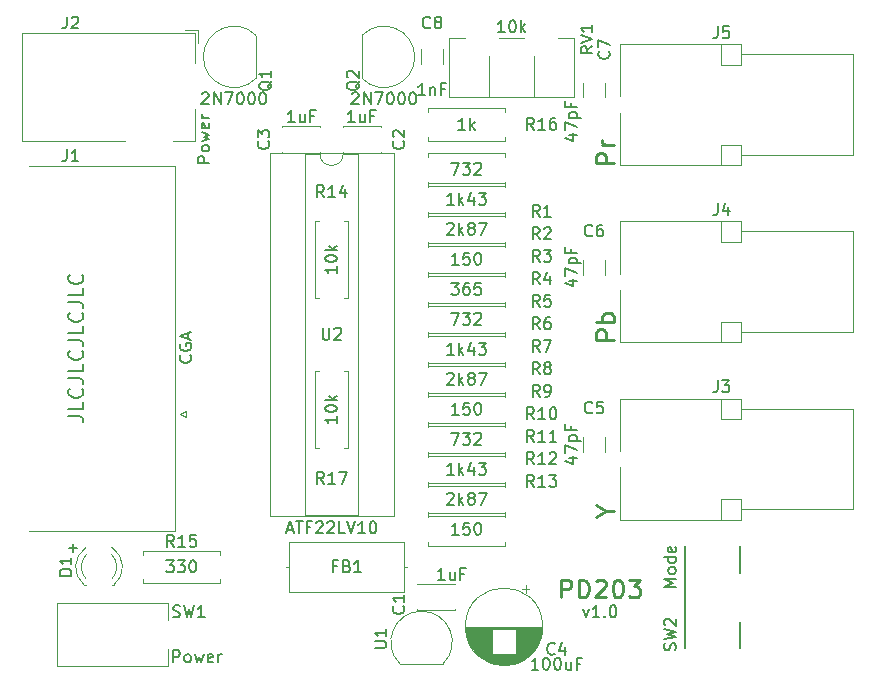
<source format=gbr>
%TF.GenerationSoftware,KiCad,Pcbnew,(6.0.11)*%
%TF.CreationDate,2023-07-09T23:55:29-07:00*%
%TF.ProjectId,cga-ypbpr,6367612d-7970-4627-9072-2e6b69636164,rev?*%
%TF.SameCoordinates,PX2990618PY4bd2668*%
%TF.FileFunction,Legend,Top*%
%TF.FilePolarity,Positive*%
%FSLAX46Y46*%
G04 Gerber Fmt 4.6, Leading zero omitted, Abs format (unit mm)*
G04 Created by KiCad (PCBNEW (6.0.11)) date 2023-07-09 23:55:29*
%MOMM*%
%LPD*%
G01*
G04 APERTURE LIST*
%ADD10C,0.150000*%
%ADD11C,0.200000*%
%ADD12C,0.250000*%
%ADD13C,0.120000*%
G04 APERTURE END LIST*
D10*
X-16913000Y-42097500D02*
X-16278000Y-42097500D01*
X-16595500Y-41780000D02*
X-16595500Y-42415000D01*
D11*
X-16962524Y-30916809D02*
X-16069667Y-30916809D01*
X-15891096Y-30976333D01*
X-15772048Y-31095380D01*
X-15712524Y-31273952D01*
X-15712524Y-31393000D01*
X-15712524Y-29726333D02*
X-15712524Y-30321571D01*
X-16962524Y-30321571D01*
X-15831572Y-28595380D02*
X-15772048Y-28654904D01*
X-15712524Y-28833476D01*
X-15712524Y-28952523D01*
X-15772048Y-29131095D01*
X-15891096Y-29250142D01*
X-16010143Y-29309666D01*
X-16248239Y-29369190D01*
X-16426810Y-29369190D01*
X-16664905Y-29309666D01*
X-16783953Y-29250142D01*
X-16903000Y-29131095D01*
X-16962524Y-28952523D01*
X-16962524Y-28833476D01*
X-16903000Y-28654904D01*
X-16843477Y-28595380D01*
X-16962524Y-27702523D02*
X-16069667Y-27702523D01*
X-15891096Y-27762047D01*
X-15772048Y-27881095D01*
X-15712524Y-28059666D01*
X-15712524Y-28178714D01*
X-15712524Y-26512047D02*
X-15712524Y-27107285D01*
X-16962524Y-27107285D01*
X-15831572Y-25381095D02*
X-15772048Y-25440619D01*
X-15712524Y-25619190D01*
X-15712524Y-25738238D01*
X-15772048Y-25916809D01*
X-15891096Y-26035857D01*
X-16010143Y-26095380D01*
X-16248239Y-26154904D01*
X-16426810Y-26154904D01*
X-16664905Y-26095380D01*
X-16783953Y-26035857D01*
X-16903000Y-25916809D01*
X-16962524Y-25738238D01*
X-16962524Y-25619190D01*
X-16903000Y-25440619D01*
X-16843477Y-25381095D01*
X-16962524Y-24488238D02*
X-16069667Y-24488238D01*
X-15891096Y-24547761D01*
X-15772048Y-24666809D01*
X-15712524Y-24845380D01*
X-15712524Y-24964428D01*
X-15712524Y-23297761D02*
X-15712524Y-23893000D01*
X-16962524Y-23893000D01*
X-15831572Y-22166809D02*
X-15772048Y-22226333D01*
X-15712524Y-22404904D01*
X-15712524Y-22523952D01*
X-15772048Y-22702523D01*
X-15891096Y-22821571D01*
X-16010143Y-22881095D01*
X-16248239Y-22940619D01*
X-16426810Y-22940619D01*
X-16664905Y-22881095D01*
X-16783953Y-22821571D01*
X-16903000Y-22702523D01*
X-16962524Y-22523952D01*
X-16962524Y-22404904D01*
X-16903000Y-22226333D01*
X-16843477Y-22166809D01*
X-16962524Y-21273952D02*
X-16069667Y-21273952D01*
X-15891096Y-21333476D01*
X-15772048Y-21452523D01*
X-15712524Y-21631095D01*
X-15712524Y-21750142D01*
X-15712524Y-20083476D02*
X-15712524Y-20678714D01*
X-16962524Y-20678714D01*
X-15831572Y-18952523D02*
X-15772048Y-19012047D01*
X-15712524Y-19190619D01*
X-15712524Y-19309666D01*
X-15772048Y-19488238D01*
X-15891096Y-19607285D01*
X-16010143Y-19666809D01*
X-16248239Y-19726333D01*
X-16426810Y-19726333D01*
X-16664905Y-19666809D01*
X-16783953Y-19607285D01*
X-16903000Y-19488238D01*
X-16962524Y-19309666D01*
X-16962524Y-19190619D01*
X-16903000Y-19012047D01*
X-16843477Y-18952523D01*
D10*
X26616428Y-47280714D02*
X26854523Y-47947380D01*
X27092619Y-47280714D01*
X27997380Y-47947380D02*
X27425952Y-47947380D01*
X27711666Y-47947380D02*
X27711666Y-46947380D01*
X27616428Y-47090238D01*
X27521190Y-47185476D01*
X27425952Y-47233095D01*
X28425952Y-47852142D02*
X28473571Y-47899761D01*
X28425952Y-47947380D01*
X28378333Y-47899761D01*
X28425952Y-47852142D01*
X28425952Y-47947380D01*
X29092619Y-46947380D02*
X29187857Y-46947380D01*
X29283095Y-46995000D01*
X29330714Y-47042619D01*
X29378333Y-47137857D01*
X29425952Y-47328333D01*
X29425952Y-47566428D01*
X29378333Y-47756904D01*
X29330714Y-47852142D01*
X29283095Y-47899761D01*
X29187857Y-47947380D01*
X29092619Y-47947380D01*
X28997380Y-47899761D01*
X28949761Y-47852142D01*
X28902142Y-47756904D01*
X28854523Y-47566428D01*
X28854523Y-47328333D01*
X28902142Y-47137857D01*
X28949761Y-47042619D01*
X28997380Y-46995000D01*
X29092619Y-46947380D01*
D12*
X24759285Y-46268571D02*
X24759285Y-44768571D01*
X25330714Y-44768571D01*
X25473571Y-44840000D01*
X25545000Y-44911428D01*
X25616428Y-45054285D01*
X25616428Y-45268571D01*
X25545000Y-45411428D01*
X25473571Y-45482857D01*
X25330714Y-45554285D01*
X24759285Y-45554285D01*
X26259285Y-46268571D02*
X26259285Y-44768571D01*
X26616428Y-44768571D01*
X26830714Y-44840000D01*
X26973571Y-44982857D01*
X27045000Y-45125714D01*
X27116428Y-45411428D01*
X27116428Y-45625714D01*
X27045000Y-45911428D01*
X26973571Y-46054285D01*
X26830714Y-46197142D01*
X26616428Y-46268571D01*
X26259285Y-46268571D01*
X27687857Y-44911428D02*
X27759285Y-44840000D01*
X27902142Y-44768571D01*
X28259285Y-44768571D01*
X28402142Y-44840000D01*
X28473571Y-44911428D01*
X28545000Y-45054285D01*
X28545000Y-45197142D01*
X28473571Y-45411428D01*
X27616428Y-46268571D01*
X28545000Y-46268571D01*
X29473571Y-44768571D02*
X29616428Y-44768571D01*
X29759285Y-44840000D01*
X29830714Y-44911428D01*
X29902142Y-45054285D01*
X29973571Y-45340000D01*
X29973571Y-45697142D01*
X29902142Y-45982857D01*
X29830714Y-46125714D01*
X29759285Y-46197142D01*
X29616428Y-46268571D01*
X29473571Y-46268571D01*
X29330714Y-46197142D01*
X29259285Y-46125714D01*
X29187857Y-45982857D01*
X29116428Y-45697142D01*
X29116428Y-45340000D01*
X29187857Y-45054285D01*
X29259285Y-44911428D01*
X29330714Y-44840000D01*
X29473571Y-44768571D01*
X30473571Y-44768571D02*
X31402142Y-44768571D01*
X30902142Y-45340000D01*
X31116428Y-45340000D01*
X31259285Y-45411428D01*
X31330714Y-45482857D01*
X31402142Y-45625714D01*
X31402142Y-45982857D01*
X31330714Y-46125714D01*
X31259285Y-46197142D01*
X31116428Y-46268571D01*
X30687857Y-46268571D01*
X30545000Y-46197142D01*
X30473571Y-46125714D01*
D10*
%TO.C,R10*%
X22449142Y-31183380D02*
X22115809Y-30707190D01*
X21877714Y-31183380D02*
X21877714Y-30183380D01*
X22258666Y-30183380D01*
X22353904Y-30231000D01*
X22401523Y-30278619D01*
X22449142Y-30373857D01*
X22449142Y-30516714D01*
X22401523Y-30611952D01*
X22353904Y-30659571D01*
X22258666Y-30707190D01*
X21877714Y-30707190D01*
X23401523Y-31183380D02*
X22830095Y-31183380D01*
X23115809Y-31183380D02*
X23115809Y-30183380D01*
X23020571Y-30326238D01*
X22925333Y-30421476D01*
X22830095Y-30469095D01*
X24020571Y-30183380D02*
X24115809Y-30183380D01*
X24211047Y-30231000D01*
X24258666Y-30278619D01*
X24306285Y-30373857D01*
X24353904Y-30564333D01*
X24353904Y-30802428D01*
X24306285Y-30992904D01*
X24258666Y-31088142D01*
X24211047Y-31135761D01*
X24115809Y-31183380D01*
X24020571Y-31183380D01*
X23925333Y-31135761D01*
X23877714Y-31088142D01*
X23830095Y-30992904D01*
X23782476Y-30802428D01*
X23782476Y-30564333D01*
X23830095Y-30373857D01*
X23877714Y-30278619D01*
X23925333Y-30231000D01*
X24020571Y-30183380D01*
X15456285Y-32342380D02*
X16122952Y-32342380D01*
X15694380Y-33342380D01*
X16408666Y-32342380D02*
X17027714Y-32342380D01*
X16694380Y-32723333D01*
X16837238Y-32723333D01*
X16932476Y-32770952D01*
X16980095Y-32818571D01*
X17027714Y-32913809D01*
X17027714Y-33151904D01*
X16980095Y-33247142D01*
X16932476Y-33294761D01*
X16837238Y-33342380D01*
X16551523Y-33342380D01*
X16456285Y-33294761D01*
X16408666Y-33247142D01*
X17408666Y-32437619D02*
X17456285Y-32390000D01*
X17551523Y-32342380D01*
X17789619Y-32342380D01*
X17884857Y-32390000D01*
X17932476Y-32437619D01*
X17980095Y-32532857D01*
X17980095Y-32628095D01*
X17932476Y-32770952D01*
X17361047Y-33342380D01*
X17980095Y-33342380D01*
%TO.C,R5*%
X22925333Y-21658380D02*
X22592000Y-21182190D01*
X22353904Y-21658380D02*
X22353904Y-20658380D01*
X22734857Y-20658380D01*
X22830095Y-20706000D01*
X22877714Y-20753619D01*
X22925333Y-20848857D01*
X22925333Y-20991714D01*
X22877714Y-21086952D01*
X22830095Y-21134571D01*
X22734857Y-21182190D01*
X22353904Y-21182190D01*
X23830095Y-20658380D02*
X23353904Y-20658380D01*
X23306285Y-21134571D01*
X23353904Y-21086952D01*
X23449142Y-21039333D01*
X23687238Y-21039333D01*
X23782476Y-21086952D01*
X23830095Y-21134571D01*
X23877714Y-21229809D01*
X23877714Y-21467904D01*
X23830095Y-21563142D01*
X23782476Y-21610761D01*
X23687238Y-21658380D01*
X23449142Y-21658380D01*
X23353904Y-21610761D01*
X23306285Y-21563142D01*
X15456285Y-19642380D02*
X16075333Y-19642380D01*
X15742000Y-20023333D01*
X15884857Y-20023333D01*
X15980095Y-20070952D01*
X16027714Y-20118571D01*
X16075333Y-20213809D01*
X16075333Y-20451904D01*
X16027714Y-20547142D01*
X15980095Y-20594761D01*
X15884857Y-20642380D01*
X15599142Y-20642380D01*
X15503904Y-20594761D01*
X15456285Y-20547142D01*
X16932476Y-19642380D02*
X16742000Y-19642380D01*
X16646761Y-19690000D01*
X16599142Y-19737619D01*
X16503904Y-19880476D01*
X16456285Y-20070952D01*
X16456285Y-20451904D01*
X16503904Y-20547142D01*
X16551523Y-20594761D01*
X16646761Y-20642380D01*
X16837238Y-20642380D01*
X16932476Y-20594761D01*
X16980095Y-20547142D01*
X17027714Y-20451904D01*
X17027714Y-20213809D01*
X16980095Y-20118571D01*
X16932476Y-20070952D01*
X16837238Y-20023333D01*
X16646761Y-20023333D01*
X16551523Y-20070952D01*
X16503904Y-20118571D01*
X16456285Y-20213809D01*
X17932476Y-19642380D02*
X17456285Y-19642380D01*
X17408666Y-20118571D01*
X17456285Y-20070952D01*
X17551523Y-20023333D01*
X17789619Y-20023333D01*
X17884857Y-20070952D01*
X17932476Y-20118571D01*
X17980095Y-20213809D01*
X17980095Y-20451904D01*
X17932476Y-20547142D01*
X17884857Y-20594761D01*
X17789619Y-20642380D01*
X17551523Y-20642380D01*
X17456285Y-20594761D01*
X17408666Y-20547142D01*
%TO.C,R7*%
X22925333Y-25468380D02*
X22592000Y-24992190D01*
X22353904Y-25468380D02*
X22353904Y-24468380D01*
X22734857Y-24468380D01*
X22830095Y-24516000D01*
X22877714Y-24563619D01*
X22925333Y-24658857D01*
X22925333Y-24801714D01*
X22877714Y-24896952D01*
X22830095Y-24944571D01*
X22734857Y-24992190D01*
X22353904Y-24992190D01*
X23258666Y-24468380D02*
X23925333Y-24468380D01*
X23496761Y-25468380D01*
X15670571Y-25722380D02*
X15099142Y-25722380D01*
X15384857Y-25722380D02*
X15384857Y-24722380D01*
X15289619Y-24865238D01*
X15194380Y-24960476D01*
X15099142Y-25008095D01*
X16099142Y-25722380D02*
X16099142Y-24722380D01*
X16194380Y-25341428D02*
X16480095Y-25722380D01*
X16480095Y-25055714D02*
X16099142Y-25436666D01*
X17337238Y-25055714D02*
X17337238Y-25722380D01*
X17099142Y-24674761D02*
X16861047Y-25389047D01*
X17480095Y-25389047D01*
X17765809Y-24722380D02*
X18384857Y-24722380D01*
X18051523Y-25103333D01*
X18194380Y-25103333D01*
X18289619Y-25150952D01*
X18337238Y-25198571D01*
X18384857Y-25293809D01*
X18384857Y-25531904D01*
X18337238Y-25627142D01*
X18289619Y-25674761D01*
X18194380Y-25722380D01*
X17908666Y-25722380D01*
X17813428Y-25674761D01*
X17765809Y-25627142D01*
%TO.C,R8*%
X22925333Y-27373380D02*
X22592000Y-26897190D01*
X22353904Y-27373380D02*
X22353904Y-26373380D01*
X22734857Y-26373380D01*
X22830095Y-26421000D01*
X22877714Y-26468619D01*
X22925333Y-26563857D01*
X22925333Y-26706714D01*
X22877714Y-26801952D01*
X22830095Y-26849571D01*
X22734857Y-26897190D01*
X22353904Y-26897190D01*
X23496761Y-26801952D02*
X23401523Y-26754333D01*
X23353904Y-26706714D01*
X23306285Y-26611476D01*
X23306285Y-26563857D01*
X23353904Y-26468619D01*
X23401523Y-26421000D01*
X23496761Y-26373380D01*
X23687238Y-26373380D01*
X23782476Y-26421000D01*
X23830095Y-26468619D01*
X23877714Y-26563857D01*
X23877714Y-26611476D01*
X23830095Y-26706714D01*
X23782476Y-26754333D01*
X23687238Y-26801952D01*
X23496761Y-26801952D01*
X23401523Y-26849571D01*
X23353904Y-26897190D01*
X23306285Y-26992428D01*
X23306285Y-27182904D01*
X23353904Y-27278142D01*
X23401523Y-27325761D01*
X23496761Y-27373380D01*
X23687238Y-27373380D01*
X23782476Y-27325761D01*
X23830095Y-27278142D01*
X23877714Y-27182904D01*
X23877714Y-26992428D01*
X23830095Y-26897190D01*
X23782476Y-26849571D01*
X23687238Y-26801952D01*
X15099142Y-27357619D02*
X15146761Y-27310000D01*
X15242000Y-27262380D01*
X15480095Y-27262380D01*
X15575333Y-27310000D01*
X15622952Y-27357619D01*
X15670571Y-27452857D01*
X15670571Y-27548095D01*
X15622952Y-27690952D01*
X15051523Y-28262380D01*
X15670571Y-28262380D01*
X16099142Y-28262380D02*
X16099142Y-27262380D01*
X16194380Y-27881428D02*
X16480095Y-28262380D01*
X16480095Y-27595714D02*
X16099142Y-27976666D01*
X17051523Y-27690952D02*
X16956285Y-27643333D01*
X16908666Y-27595714D01*
X16861047Y-27500476D01*
X16861047Y-27452857D01*
X16908666Y-27357619D01*
X16956285Y-27310000D01*
X17051523Y-27262380D01*
X17242000Y-27262380D01*
X17337238Y-27310000D01*
X17384857Y-27357619D01*
X17432476Y-27452857D01*
X17432476Y-27500476D01*
X17384857Y-27595714D01*
X17337238Y-27643333D01*
X17242000Y-27690952D01*
X17051523Y-27690952D01*
X16956285Y-27738571D01*
X16908666Y-27786190D01*
X16861047Y-27881428D01*
X16861047Y-28071904D01*
X16908666Y-28167142D01*
X16956285Y-28214761D01*
X17051523Y-28262380D01*
X17242000Y-28262380D01*
X17337238Y-28214761D01*
X17384857Y-28167142D01*
X17432476Y-28071904D01*
X17432476Y-27881428D01*
X17384857Y-27786190D01*
X17337238Y-27738571D01*
X17242000Y-27690952D01*
X17765809Y-27262380D02*
X18432476Y-27262380D01*
X18003904Y-28262380D01*
%TO.C,R11*%
X22449142Y-33088380D02*
X22115809Y-32612190D01*
X21877714Y-33088380D02*
X21877714Y-32088380D01*
X22258666Y-32088380D01*
X22353904Y-32136000D01*
X22401523Y-32183619D01*
X22449142Y-32278857D01*
X22449142Y-32421714D01*
X22401523Y-32516952D01*
X22353904Y-32564571D01*
X22258666Y-32612190D01*
X21877714Y-32612190D01*
X23401523Y-33088380D02*
X22830095Y-33088380D01*
X23115809Y-33088380D02*
X23115809Y-32088380D01*
X23020571Y-32231238D01*
X22925333Y-32326476D01*
X22830095Y-32374095D01*
X24353904Y-33088380D02*
X23782476Y-33088380D01*
X24068190Y-33088380D02*
X24068190Y-32088380D01*
X23972952Y-32231238D01*
X23877714Y-32326476D01*
X23782476Y-32374095D01*
X15670571Y-35882380D02*
X15099142Y-35882380D01*
X15384857Y-35882380D02*
X15384857Y-34882380D01*
X15289619Y-35025238D01*
X15194380Y-35120476D01*
X15099142Y-35168095D01*
X16099142Y-35882380D02*
X16099142Y-34882380D01*
X16194380Y-35501428D02*
X16480095Y-35882380D01*
X16480095Y-35215714D02*
X16099142Y-35596666D01*
X17337238Y-35215714D02*
X17337238Y-35882380D01*
X17099142Y-34834761D02*
X16861047Y-35549047D01*
X17480095Y-35549047D01*
X17765809Y-34882380D02*
X18384857Y-34882380D01*
X18051523Y-35263333D01*
X18194380Y-35263333D01*
X18289619Y-35310952D01*
X18337238Y-35358571D01*
X18384857Y-35453809D01*
X18384857Y-35691904D01*
X18337238Y-35787142D01*
X18289619Y-35834761D01*
X18194380Y-35882380D01*
X17908666Y-35882380D01*
X17813428Y-35834761D01*
X17765809Y-35787142D01*
%TO.C,R6*%
X22925333Y-23563380D02*
X22592000Y-23087190D01*
X22353904Y-23563380D02*
X22353904Y-22563380D01*
X22734857Y-22563380D01*
X22830095Y-22611000D01*
X22877714Y-22658619D01*
X22925333Y-22753857D01*
X22925333Y-22896714D01*
X22877714Y-22991952D01*
X22830095Y-23039571D01*
X22734857Y-23087190D01*
X22353904Y-23087190D01*
X23782476Y-22563380D02*
X23592000Y-22563380D01*
X23496761Y-22611000D01*
X23449142Y-22658619D01*
X23353904Y-22801476D01*
X23306285Y-22991952D01*
X23306285Y-23372904D01*
X23353904Y-23468142D01*
X23401523Y-23515761D01*
X23496761Y-23563380D01*
X23687238Y-23563380D01*
X23782476Y-23515761D01*
X23830095Y-23468142D01*
X23877714Y-23372904D01*
X23877714Y-23134809D01*
X23830095Y-23039571D01*
X23782476Y-22991952D01*
X23687238Y-22944333D01*
X23496761Y-22944333D01*
X23401523Y-22991952D01*
X23353904Y-23039571D01*
X23306285Y-23134809D01*
X15456285Y-22182380D02*
X16122952Y-22182380D01*
X15694380Y-23182380D01*
X16408666Y-22182380D02*
X17027714Y-22182380D01*
X16694380Y-22563333D01*
X16837238Y-22563333D01*
X16932476Y-22610952D01*
X16980095Y-22658571D01*
X17027714Y-22753809D01*
X17027714Y-22991904D01*
X16980095Y-23087142D01*
X16932476Y-23134761D01*
X16837238Y-23182380D01*
X16551523Y-23182380D01*
X16456285Y-23134761D01*
X16408666Y-23087142D01*
X17408666Y-22277619D02*
X17456285Y-22230000D01*
X17551523Y-22182380D01*
X17789619Y-22182380D01*
X17884857Y-22230000D01*
X17932476Y-22277619D01*
X17980095Y-22372857D01*
X17980095Y-22468095D01*
X17932476Y-22610952D01*
X17361047Y-23182380D01*
X17980095Y-23182380D01*
%TO.C,R9*%
X22925333Y-29278380D02*
X22592000Y-28802190D01*
X22353904Y-29278380D02*
X22353904Y-28278380D01*
X22734857Y-28278380D01*
X22830095Y-28326000D01*
X22877714Y-28373619D01*
X22925333Y-28468857D01*
X22925333Y-28611714D01*
X22877714Y-28706952D01*
X22830095Y-28754571D01*
X22734857Y-28802190D01*
X22353904Y-28802190D01*
X23401523Y-29278380D02*
X23592000Y-29278380D01*
X23687238Y-29230761D01*
X23734857Y-29183142D01*
X23830095Y-29040285D01*
X23877714Y-28849809D01*
X23877714Y-28468857D01*
X23830095Y-28373619D01*
X23782476Y-28326000D01*
X23687238Y-28278380D01*
X23496761Y-28278380D01*
X23401523Y-28326000D01*
X23353904Y-28373619D01*
X23306285Y-28468857D01*
X23306285Y-28706952D01*
X23353904Y-28802190D01*
X23401523Y-28849809D01*
X23496761Y-28897428D01*
X23687238Y-28897428D01*
X23782476Y-28849809D01*
X23830095Y-28802190D01*
X23877714Y-28706952D01*
X16075333Y-30802380D02*
X15503904Y-30802380D01*
X15789619Y-30802380D02*
X15789619Y-29802380D01*
X15694380Y-29945238D01*
X15599142Y-30040476D01*
X15503904Y-30088095D01*
X16980095Y-29802380D02*
X16503904Y-29802380D01*
X16456285Y-30278571D01*
X16503904Y-30230952D01*
X16599142Y-30183333D01*
X16837238Y-30183333D01*
X16932476Y-30230952D01*
X16980095Y-30278571D01*
X17027714Y-30373809D01*
X17027714Y-30611904D01*
X16980095Y-30707142D01*
X16932476Y-30754761D01*
X16837238Y-30802380D01*
X16599142Y-30802380D01*
X16503904Y-30754761D01*
X16456285Y-30707142D01*
X17646761Y-29802380D02*
X17742000Y-29802380D01*
X17837238Y-29850000D01*
X17884857Y-29897619D01*
X17932476Y-29992857D01*
X17980095Y-30183333D01*
X17980095Y-30421428D01*
X17932476Y-30611904D01*
X17884857Y-30707142D01*
X17837238Y-30754761D01*
X17742000Y-30802380D01*
X17646761Y-30802380D01*
X17551523Y-30754761D01*
X17503904Y-30707142D01*
X17456285Y-30611904D01*
X17408666Y-30421428D01*
X17408666Y-30183333D01*
X17456285Y-29992857D01*
X17503904Y-29897619D01*
X17551523Y-29850000D01*
X17646761Y-29802380D01*
%TO.C,C5*%
X27370333Y-30602142D02*
X27322714Y-30649761D01*
X27179857Y-30697380D01*
X27084619Y-30697380D01*
X26941761Y-30649761D01*
X26846523Y-30554523D01*
X26798904Y-30459285D01*
X26751285Y-30268809D01*
X26751285Y-30125952D01*
X26798904Y-29935476D01*
X26846523Y-29840238D01*
X26941761Y-29745000D01*
X27084619Y-29697380D01*
X27179857Y-29697380D01*
X27322714Y-29745000D01*
X27370333Y-29792619D01*
X28275095Y-29697380D02*
X27798904Y-29697380D01*
X27751285Y-30173571D01*
X27798904Y-30125952D01*
X27894142Y-30078333D01*
X28132238Y-30078333D01*
X28227476Y-30125952D01*
X28275095Y-30173571D01*
X28322714Y-30268809D01*
X28322714Y-30506904D01*
X28275095Y-30602142D01*
X28227476Y-30649761D01*
X28132238Y-30697380D01*
X27894142Y-30697380D01*
X27798904Y-30649761D01*
X27751285Y-30602142D01*
X25417714Y-34471666D02*
X26084380Y-34471666D01*
X25036761Y-34709761D02*
X25751047Y-34947857D01*
X25751047Y-34328809D01*
X25084380Y-34043095D02*
X25084380Y-33376428D01*
X26084380Y-33805000D01*
X25417714Y-32995476D02*
X26417714Y-32995476D01*
X25465333Y-32995476D02*
X25417714Y-32900238D01*
X25417714Y-32709761D01*
X25465333Y-32614523D01*
X25512952Y-32566904D01*
X25608190Y-32519285D01*
X25893904Y-32519285D01*
X25989142Y-32566904D01*
X26036761Y-32614523D01*
X26084380Y-32709761D01*
X26084380Y-32900238D01*
X26036761Y-32995476D01*
X25560571Y-31757380D02*
X25560571Y-32090714D01*
X26084380Y-32090714D02*
X25084380Y-32090714D01*
X25084380Y-31614523D01*
%TO.C,C2*%
X11384142Y-7656666D02*
X11431761Y-7704285D01*
X11479380Y-7847142D01*
X11479380Y-7942380D01*
X11431761Y-8085238D01*
X11336523Y-8180476D01*
X11241285Y-8228095D01*
X11050809Y-8275714D01*
X10907952Y-8275714D01*
X10717476Y-8228095D01*
X10622238Y-8180476D01*
X10527000Y-8085238D01*
X10479380Y-7942380D01*
X10479380Y-7847142D01*
X10527000Y-7704285D01*
X10574619Y-7656666D01*
X10574619Y-7275714D02*
X10527000Y-7228095D01*
X10479380Y-7132857D01*
X10479380Y-6894761D01*
X10527000Y-6799523D01*
X10574619Y-6751904D01*
X10669857Y-6704285D01*
X10765095Y-6704285D01*
X10907952Y-6751904D01*
X11479380Y-7323333D01*
X11479380Y-6704285D01*
X7276761Y-6037380D02*
X6705333Y-6037380D01*
X6991047Y-6037380D02*
X6991047Y-5037380D01*
X6895809Y-5180238D01*
X6800571Y-5275476D01*
X6705333Y-5323095D01*
X8133904Y-5370714D02*
X8133904Y-6037380D01*
X7705333Y-5370714D02*
X7705333Y-5894523D01*
X7752952Y-5989761D01*
X7848190Y-6037380D01*
X7991047Y-6037380D01*
X8086285Y-5989761D01*
X8133904Y-5942142D01*
X8943428Y-5513571D02*
X8610095Y-5513571D01*
X8610095Y-6037380D02*
X8610095Y-5037380D01*
X9086285Y-5037380D01*
%TO.C,R2*%
X22925333Y-15943380D02*
X22592000Y-15467190D01*
X22353904Y-15943380D02*
X22353904Y-14943380D01*
X22734857Y-14943380D01*
X22830095Y-14991000D01*
X22877714Y-15038619D01*
X22925333Y-15133857D01*
X22925333Y-15276714D01*
X22877714Y-15371952D01*
X22830095Y-15419571D01*
X22734857Y-15467190D01*
X22353904Y-15467190D01*
X23306285Y-15038619D02*
X23353904Y-14991000D01*
X23449142Y-14943380D01*
X23687238Y-14943380D01*
X23782476Y-14991000D01*
X23830095Y-15038619D01*
X23877714Y-15133857D01*
X23877714Y-15229095D01*
X23830095Y-15371952D01*
X23258666Y-15943380D01*
X23877714Y-15943380D01*
X15670571Y-13022380D02*
X15099142Y-13022380D01*
X15384857Y-13022380D02*
X15384857Y-12022380D01*
X15289619Y-12165238D01*
X15194380Y-12260476D01*
X15099142Y-12308095D01*
X16099142Y-13022380D02*
X16099142Y-12022380D01*
X16194380Y-12641428D02*
X16480095Y-13022380D01*
X16480095Y-12355714D02*
X16099142Y-12736666D01*
X17337238Y-12355714D02*
X17337238Y-13022380D01*
X17099142Y-11974761D02*
X16861047Y-12689047D01*
X17480095Y-12689047D01*
X17765809Y-12022380D02*
X18384857Y-12022380D01*
X18051523Y-12403333D01*
X18194380Y-12403333D01*
X18289619Y-12450952D01*
X18337238Y-12498571D01*
X18384857Y-12593809D01*
X18384857Y-12831904D01*
X18337238Y-12927142D01*
X18289619Y-12974761D01*
X18194380Y-13022380D01*
X17908666Y-13022380D01*
X17813428Y-12974761D01*
X17765809Y-12927142D01*
%TO.C,R3*%
X22925333Y-17848380D02*
X22592000Y-17372190D01*
X22353904Y-17848380D02*
X22353904Y-16848380D01*
X22734857Y-16848380D01*
X22830095Y-16896000D01*
X22877714Y-16943619D01*
X22925333Y-17038857D01*
X22925333Y-17181714D01*
X22877714Y-17276952D01*
X22830095Y-17324571D01*
X22734857Y-17372190D01*
X22353904Y-17372190D01*
X23258666Y-16848380D02*
X23877714Y-16848380D01*
X23544380Y-17229333D01*
X23687238Y-17229333D01*
X23782476Y-17276952D01*
X23830095Y-17324571D01*
X23877714Y-17419809D01*
X23877714Y-17657904D01*
X23830095Y-17753142D01*
X23782476Y-17800761D01*
X23687238Y-17848380D01*
X23401523Y-17848380D01*
X23306285Y-17800761D01*
X23258666Y-17753142D01*
X15099142Y-14657619D02*
X15146761Y-14610000D01*
X15242000Y-14562380D01*
X15480095Y-14562380D01*
X15575333Y-14610000D01*
X15622952Y-14657619D01*
X15670571Y-14752857D01*
X15670571Y-14848095D01*
X15622952Y-14990952D01*
X15051523Y-15562380D01*
X15670571Y-15562380D01*
X16099142Y-15562380D02*
X16099142Y-14562380D01*
X16194380Y-15181428D02*
X16480095Y-15562380D01*
X16480095Y-14895714D02*
X16099142Y-15276666D01*
X17051523Y-14990952D02*
X16956285Y-14943333D01*
X16908666Y-14895714D01*
X16861047Y-14800476D01*
X16861047Y-14752857D01*
X16908666Y-14657619D01*
X16956285Y-14610000D01*
X17051523Y-14562380D01*
X17242000Y-14562380D01*
X17337238Y-14610000D01*
X17384857Y-14657619D01*
X17432476Y-14752857D01*
X17432476Y-14800476D01*
X17384857Y-14895714D01*
X17337238Y-14943333D01*
X17242000Y-14990952D01*
X17051523Y-14990952D01*
X16956285Y-15038571D01*
X16908666Y-15086190D01*
X16861047Y-15181428D01*
X16861047Y-15371904D01*
X16908666Y-15467142D01*
X16956285Y-15514761D01*
X17051523Y-15562380D01*
X17242000Y-15562380D01*
X17337238Y-15514761D01*
X17384857Y-15467142D01*
X17432476Y-15371904D01*
X17432476Y-15181428D01*
X17384857Y-15086190D01*
X17337238Y-15038571D01*
X17242000Y-14990952D01*
X17765809Y-14562380D02*
X18432476Y-14562380D01*
X18003904Y-15562380D01*
%TO.C,R4*%
X22925333Y-19753380D02*
X22592000Y-19277190D01*
X22353904Y-19753380D02*
X22353904Y-18753380D01*
X22734857Y-18753380D01*
X22830095Y-18801000D01*
X22877714Y-18848619D01*
X22925333Y-18943857D01*
X22925333Y-19086714D01*
X22877714Y-19181952D01*
X22830095Y-19229571D01*
X22734857Y-19277190D01*
X22353904Y-19277190D01*
X23782476Y-19086714D02*
X23782476Y-19753380D01*
X23544380Y-18705761D02*
X23306285Y-19420047D01*
X23925333Y-19420047D01*
X16075333Y-18102380D02*
X15503904Y-18102380D01*
X15789619Y-18102380D02*
X15789619Y-17102380D01*
X15694380Y-17245238D01*
X15599142Y-17340476D01*
X15503904Y-17388095D01*
X16980095Y-17102380D02*
X16503904Y-17102380D01*
X16456285Y-17578571D01*
X16503904Y-17530952D01*
X16599142Y-17483333D01*
X16837238Y-17483333D01*
X16932476Y-17530952D01*
X16980095Y-17578571D01*
X17027714Y-17673809D01*
X17027714Y-17911904D01*
X16980095Y-18007142D01*
X16932476Y-18054761D01*
X16837238Y-18102380D01*
X16599142Y-18102380D01*
X16503904Y-18054761D01*
X16456285Y-18007142D01*
X17646761Y-17102380D02*
X17742000Y-17102380D01*
X17837238Y-17150000D01*
X17884857Y-17197619D01*
X17932476Y-17292857D01*
X17980095Y-17483333D01*
X17980095Y-17721428D01*
X17932476Y-17911904D01*
X17884857Y-18007142D01*
X17837238Y-18054761D01*
X17742000Y-18102380D01*
X17646761Y-18102380D01*
X17551523Y-18054761D01*
X17503904Y-18007142D01*
X17456285Y-17911904D01*
X17408666Y-17721428D01*
X17408666Y-17483333D01*
X17456285Y-17292857D01*
X17503904Y-17197619D01*
X17551523Y-17150000D01*
X17646761Y-17102380D01*
%TO.C,R14*%
X4669142Y-12387380D02*
X4335809Y-11911190D01*
X4097714Y-12387380D02*
X4097714Y-11387380D01*
X4478666Y-11387380D01*
X4573904Y-11435000D01*
X4621523Y-11482619D01*
X4669142Y-11577857D01*
X4669142Y-11720714D01*
X4621523Y-11815952D01*
X4573904Y-11863571D01*
X4478666Y-11911190D01*
X4097714Y-11911190D01*
X5621523Y-12387380D02*
X5050095Y-12387380D01*
X5335809Y-12387380D02*
X5335809Y-11387380D01*
X5240571Y-11530238D01*
X5145333Y-11625476D01*
X5050095Y-11673095D01*
X6478666Y-11720714D02*
X6478666Y-12387380D01*
X6240571Y-11339761D02*
X6002476Y-12054047D01*
X6621523Y-12054047D01*
X5764380Y-18245238D02*
X5764380Y-18816666D01*
X5764380Y-18530952D02*
X4764380Y-18530952D01*
X4907238Y-18626190D01*
X5002476Y-18721428D01*
X5050095Y-18816666D01*
X4764380Y-17626190D02*
X4764380Y-17530952D01*
X4812000Y-17435714D01*
X4859619Y-17388095D01*
X4954857Y-17340476D01*
X5145333Y-17292857D01*
X5383428Y-17292857D01*
X5573904Y-17340476D01*
X5669142Y-17388095D01*
X5716761Y-17435714D01*
X5764380Y-17530952D01*
X5764380Y-17626190D01*
X5716761Y-17721428D01*
X5669142Y-17769047D01*
X5573904Y-17816666D01*
X5383428Y-17864285D01*
X5145333Y-17864285D01*
X4954857Y-17816666D01*
X4859619Y-17769047D01*
X4812000Y-17721428D01*
X4764380Y-17626190D01*
X5764380Y-16864285D02*
X4764380Y-16864285D01*
X5383428Y-16769047D02*
X5764380Y-16483333D01*
X5097714Y-16483333D02*
X5478666Y-16864285D01*
%TO.C,J4*%
X37998666Y-12911380D02*
X37998666Y-13625666D01*
X37951047Y-13768523D01*
X37855809Y-13863761D01*
X37712952Y-13911380D01*
X37617714Y-13911380D01*
X38903428Y-13244714D02*
X38903428Y-13911380D01*
X38665333Y-12863761D02*
X38427238Y-13578047D01*
X39046285Y-13578047D01*
D12*
X29231571Y-24436428D02*
X27731571Y-24436428D01*
X27731571Y-23865000D01*
X27803000Y-23722142D01*
X27874428Y-23650714D01*
X28017285Y-23579285D01*
X28231571Y-23579285D01*
X28374428Y-23650714D01*
X28445857Y-23722142D01*
X28517285Y-23865000D01*
X28517285Y-24436428D01*
X29231571Y-22936428D02*
X27731571Y-22936428D01*
X28303000Y-22936428D02*
X28231571Y-22793571D01*
X28231571Y-22507857D01*
X28303000Y-22365000D01*
X28374428Y-22293571D01*
X28517285Y-22222142D01*
X28945857Y-22222142D01*
X29088714Y-22293571D01*
X29160142Y-22365000D01*
X29231571Y-22507857D01*
X29231571Y-22793571D01*
X29160142Y-22936428D01*
D10*
%TO.C,C6*%
X27370333Y-15602142D02*
X27322714Y-15649761D01*
X27179857Y-15697380D01*
X27084619Y-15697380D01*
X26941761Y-15649761D01*
X26846523Y-15554523D01*
X26798904Y-15459285D01*
X26751285Y-15268809D01*
X26751285Y-15125952D01*
X26798904Y-14935476D01*
X26846523Y-14840238D01*
X26941761Y-14745000D01*
X27084619Y-14697380D01*
X27179857Y-14697380D01*
X27322714Y-14745000D01*
X27370333Y-14792619D01*
X28227476Y-14697380D02*
X28037000Y-14697380D01*
X27941761Y-14745000D01*
X27894142Y-14792619D01*
X27798904Y-14935476D01*
X27751285Y-15125952D01*
X27751285Y-15506904D01*
X27798904Y-15602142D01*
X27846523Y-15649761D01*
X27941761Y-15697380D01*
X28132238Y-15697380D01*
X28227476Y-15649761D01*
X28275095Y-15602142D01*
X28322714Y-15506904D01*
X28322714Y-15268809D01*
X28275095Y-15173571D01*
X28227476Y-15125952D01*
X28132238Y-15078333D01*
X27941761Y-15078333D01*
X27846523Y-15125952D01*
X27798904Y-15173571D01*
X27751285Y-15268809D01*
X25417714Y-19451666D02*
X26084380Y-19451666D01*
X25036761Y-19689761D02*
X25751047Y-19927857D01*
X25751047Y-19308809D01*
X25084380Y-19023095D02*
X25084380Y-18356428D01*
X26084380Y-18785000D01*
X25417714Y-17975476D02*
X26417714Y-17975476D01*
X25465333Y-17975476D02*
X25417714Y-17880238D01*
X25417714Y-17689761D01*
X25465333Y-17594523D01*
X25512952Y-17546904D01*
X25608190Y-17499285D01*
X25893904Y-17499285D01*
X25989142Y-17546904D01*
X26036761Y-17594523D01*
X26084380Y-17689761D01*
X26084380Y-17880238D01*
X26036761Y-17975476D01*
X25560571Y-16737380D02*
X25560571Y-17070714D01*
X26084380Y-17070714D02*
X25084380Y-17070714D01*
X25084380Y-16594523D01*
%TO.C,SW2*%
X34418761Y-50733333D02*
X34466380Y-50590476D01*
X34466380Y-50352380D01*
X34418761Y-50257142D01*
X34371142Y-50209523D01*
X34275904Y-50161904D01*
X34180666Y-50161904D01*
X34085428Y-50209523D01*
X34037809Y-50257142D01*
X33990190Y-50352380D01*
X33942571Y-50542857D01*
X33894952Y-50638095D01*
X33847333Y-50685714D01*
X33752095Y-50733333D01*
X33656857Y-50733333D01*
X33561619Y-50685714D01*
X33514000Y-50638095D01*
X33466380Y-50542857D01*
X33466380Y-50304761D01*
X33514000Y-50161904D01*
X33466380Y-49828571D02*
X34466380Y-49590476D01*
X33752095Y-49400000D01*
X34466380Y-49209523D01*
X33466380Y-48971428D01*
X33561619Y-48638095D02*
X33514000Y-48590476D01*
X33466380Y-48495238D01*
X33466380Y-48257142D01*
X33514000Y-48161904D01*
X33561619Y-48114285D01*
X33656857Y-48066666D01*
X33752095Y-48066666D01*
X33894952Y-48114285D01*
X34466380Y-48685714D01*
X34466380Y-48066666D01*
X34466380Y-45351666D02*
X33466380Y-45351666D01*
X34180666Y-45018333D01*
X33466380Y-44685000D01*
X34466380Y-44685000D01*
X34466380Y-44065952D02*
X34418761Y-44161190D01*
X34371142Y-44208809D01*
X34275904Y-44256428D01*
X33990190Y-44256428D01*
X33894952Y-44208809D01*
X33847333Y-44161190D01*
X33799714Y-44065952D01*
X33799714Y-43923095D01*
X33847333Y-43827857D01*
X33894952Y-43780238D01*
X33990190Y-43732619D01*
X34275904Y-43732619D01*
X34371142Y-43780238D01*
X34418761Y-43827857D01*
X34466380Y-43923095D01*
X34466380Y-44065952D01*
X34466380Y-42875476D02*
X33466380Y-42875476D01*
X34418761Y-42875476D02*
X34466380Y-42970714D01*
X34466380Y-43161190D01*
X34418761Y-43256428D01*
X34371142Y-43304047D01*
X34275904Y-43351666D01*
X33990190Y-43351666D01*
X33894952Y-43304047D01*
X33847333Y-43256428D01*
X33799714Y-43161190D01*
X33799714Y-42970714D01*
X33847333Y-42875476D01*
X34418761Y-42018333D02*
X34466380Y-42113571D01*
X34466380Y-42304047D01*
X34418761Y-42399285D01*
X34323523Y-42446904D01*
X33942571Y-42446904D01*
X33847333Y-42399285D01*
X33799714Y-42304047D01*
X33799714Y-42113571D01*
X33847333Y-42018333D01*
X33942571Y-41970714D01*
X34037809Y-41970714D01*
X34133047Y-42446904D01*
%TO.C,J1*%
X-17119334Y-8339380D02*
X-17119334Y-9053666D01*
X-17166953Y-9196523D01*
X-17262191Y-9291761D01*
X-17405048Y-9339380D01*
X-17500286Y-9339380D01*
X-16119334Y-9339380D02*
X-16690762Y-9339380D01*
X-16405048Y-9339380D02*
X-16405048Y-8339380D01*
X-16500286Y-8482238D01*
X-16595524Y-8577476D01*
X-16690762Y-8625095D01*
X-6649858Y-25762047D02*
X-6602239Y-25809666D01*
X-6554620Y-25952523D01*
X-6554620Y-26047761D01*
X-6602239Y-26190619D01*
X-6697477Y-26285857D01*
X-6792715Y-26333476D01*
X-6983191Y-26381095D01*
X-7126048Y-26381095D01*
X-7316524Y-26333476D01*
X-7411762Y-26285857D01*
X-7507000Y-26190619D01*
X-7554620Y-26047761D01*
X-7554620Y-25952523D01*
X-7507000Y-25809666D01*
X-7459381Y-25762047D01*
X-7507000Y-24809666D02*
X-7554620Y-24904904D01*
X-7554620Y-25047761D01*
X-7507000Y-25190619D01*
X-7411762Y-25285857D01*
X-7316524Y-25333476D01*
X-7126048Y-25381095D01*
X-6983191Y-25381095D01*
X-6792715Y-25333476D01*
X-6697477Y-25285857D01*
X-6602239Y-25190619D01*
X-6554620Y-25047761D01*
X-6554620Y-24952523D01*
X-6602239Y-24809666D01*
X-6649858Y-24762047D01*
X-6983191Y-24762047D01*
X-6983191Y-24952523D01*
X-6840334Y-24381095D02*
X-6840334Y-23904904D01*
X-6554620Y-24476333D02*
X-7554620Y-24143000D01*
X-6554620Y-23809666D01*
%TO.C,J5*%
X37998666Y2074620D02*
X37998666Y1360334D01*
X37951047Y1217477D01*
X37855809Y1122239D01*
X37712952Y1074620D01*
X37617714Y1074620D01*
X38951047Y2074620D02*
X38474857Y2074620D01*
X38427238Y1598429D01*
X38474857Y1646048D01*
X38570095Y1693667D01*
X38808190Y1693667D01*
X38903428Y1646048D01*
X38951047Y1598429D01*
X38998666Y1503191D01*
X38998666Y1265096D01*
X38951047Y1169858D01*
X38903428Y1122239D01*
X38808190Y1074620D01*
X38570095Y1074620D01*
X38474857Y1122239D01*
X38427238Y1169858D01*
D12*
X29231571Y-9490142D02*
X27731571Y-9490142D01*
X27731571Y-8918714D01*
X27803000Y-8775857D01*
X27874428Y-8704428D01*
X28017285Y-8633000D01*
X28231571Y-8633000D01*
X28374428Y-8704428D01*
X28445857Y-8775857D01*
X28517285Y-8918714D01*
X28517285Y-9490142D01*
X29231571Y-7990142D02*
X28231571Y-7990142D01*
X28517285Y-7990142D02*
X28374428Y-7918714D01*
X28303000Y-7847285D01*
X28231571Y-7704428D01*
X28231571Y-7561571D01*
D10*
%TO.C,R1*%
X22925333Y-14038380D02*
X22592000Y-13562190D01*
X22353904Y-14038380D02*
X22353904Y-13038380D01*
X22734857Y-13038380D01*
X22830095Y-13086000D01*
X22877714Y-13133619D01*
X22925333Y-13228857D01*
X22925333Y-13371714D01*
X22877714Y-13466952D01*
X22830095Y-13514571D01*
X22734857Y-13562190D01*
X22353904Y-13562190D01*
X23877714Y-14038380D02*
X23306285Y-14038380D01*
X23592000Y-14038380D02*
X23592000Y-13038380D01*
X23496761Y-13181238D01*
X23401523Y-13276476D01*
X23306285Y-13324095D01*
X15456285Y-9482380D02*
X16122952Y-9482380D01*
X15694380Y-10482380D01*
X16408666Y-9482380D02*
X17027714Y-9482380D01*
X16694380Y-9863333D01*
X16837238Y-9863333D01*
X16932476Y-9910952D01*
X16980095Y-9958571D01*
X17027714Y-10053809D01*
X17027714Y-10291904D01*
X16980095Y-10387142D01*
X16932476Y-10434761D01*
X16837238Y-10482380D01*
X16551523Y-10482380D01*
X16456285Y-10434761D01*
X16408666Y-10387142D01*
X17408666Y-9577619D02*
X17456285Y-9530000D01*
X17551523Y-9482380D01*
X17789619Y-9482380D01*
X17884857Y-9530000D01*
X17932476Y-9577619D01*
X17980095Y-9672857D01*
X17980095Y-9768095D01*
X17932476Y-9910952D01*
X17361047Y-10482380D01*
X17980095Y-10482380D01*
%TO.C,R17*%
X4669142Y-36644380D02*
X4335809Y-36168190D01*
X4097714Y-36644380D02*
X4097714Y-35644380D01*
X4478666Y-35644380D01*
X4573904Y-35692000D01*
X4621523Y-35739619D01*
X4669142Y-35834857D01*
X4669142Y-35977714D01*
X4621523Y-36072952D01*
X4573904Y-36120571D01*
X4478666Y-36168190D01*
X4097714Y-36168190D01*
X5621523Y-36644380D02*
X5050095Y-36644380D01*
X5335809Y-36644380D02*
X5335809Y-35644380D01*
X5240571Y-35787238D01*
X5145333Y-35882476D01*
X5050095Y-35930095D01*
X5954857Y-35644380D02*
X6621523Y-35644380D01*
X6192952Y-36644380D01*
X5764380Y-30945238D02*
X5764380Y-31516666D01*
X5764380Y-31230952D02*
X4764380Y-31230952D01*
X4907238Y-31326190D01*
X5002476Y-31421428D01*
X5050095Y-31516666D01*
X4764380Y-30326190D02*
X4764380Y-30230952D01*
X4812000Y-30135714D01*
X4859619Y-30088095D01*
X4954857Y-30040476D01*
X5145333Y-29992857D01*
X5383428Y-29992857D01*
X5573904Y-30040476D01*
X5669142Y-30088095D01*
X5716761Y-30135714D01*
X5764380Y-30230952D01*
X5764380Y-30326190D01*
X5716761Y-30421428D01*
X5669142Y-30469047D01*
X5573904Y-30516666D01*
X5383428Y-30564285D01*
X5145333Y-30564285D01*
X4954857Y-30516666D01*
X4859619Y-30469047D01*
X4812000Y-30421428D01*
X4764380Y-30326190D01*
X5764380Y-29564285D02*
X4764380Y-29564285D01*
X5383428Y-29469047D02*
X5764380Y-29183333D01*
X5097714Y-29183333D02*
X5478666Y-29564285D01*
%TO.C,SW1*%
X-8086334Y-47899761D02*
X-7943477Y-47947380D01*
X-7705381Y-47947380D01*
X-7610143Y-47899761D01*
X-7562524Y-47852142D01*
X-7514905Y-47756904D01*
X-7514905Y-47661666D01*
X-7562524Y-47566428D01*
X-7610143Y-47518809D01*
X-7705381Y-47471190D01*
X-7895858Y-47423571D01*
X-7991096Y-47375952D01*
X-8038715Y-47328333D01*
X-8086334Y-47233095D01*
X-8086334Y-47137857D01*
X-8038715Y-47042619D01*
X-7991096Y-46995000D01*
X-7895858Y-46947380D01*
X-7657762Y-46947380D01*
X-7514905Y-46995000D01*
X-7181572Y-46947380D02*
X-6943477Y-47947380D01*
X-6753000Y-47233095D01*
X-6562524Y-47947380D01*
X-6324429Y-46947380D01*
X-5419667Y-47947380D02*
X-5991096Y-47947380D01*
X-5705381Y-47947380D02*
X-5705381Y-46947380D01*
X-5800620Y-47090238D01*
X-5895858Y-47185476D01*
X-5991096Y-47233095D01*
X-8094191Y-51757380D02*
X-8094191Y-50757380D01*
X-7713239Y-50757380D01*
X-7618000Y-50805000D01*
X-7570381Y-50852619D01*
X-7522762Y-50947857D01*
X-7522762Y-51090714D01*
X-7570381Y-51185952D01*
X-7618000Y-51233571D01*
X-7713239Y-51281190D01*
X-8094191Y-51281190D01*
X-6951334Y-51757380D02*
X-7046572Y-51709761D01*
X-7094191Y-51662142D01*
X-7141810Y-51566904D01*
X-7141810Y-51281190D01*
X-7094191Y-51185952D01*
X-7046572Y-51138333D01*
X-6951334Y-51090714D01*
X-6808477Y-51090714D01*
X-6713239Y-51138333D01*
X-6665620Y-51185952D01*
X-6618000Y-51281190D01*
X-6618000Y-51566904D01*
X-6665620Y-51662142D01*
X-6713239Y-51709761D01*
X-6808477Y-51757380D01*
X-6951334Y-51757380D01*
X-6284667Y-51090714D02*
X-6094191Y-51757380D01*
X-5903715Y-51281190D01*
X-5713239Y-51757380D01*
X-5522762Y-51090714D01*
X-4760858Y-51709761D02*
X-4856096Y-51757380D01*
X-5046572Y-51757380D01*
X-5141810Y-51709761D01*
X-5189429Y-51614523D01*
X-5189429Y-51233571D01*
X-5141810Y-51138333D01*
X-5046572Y-51090714D01*
X-4856096Y-51090714D01*
X-4760858Y-51138333D01*
X-4713239Y-51233571D01*
X-4713239Y-51328809D01*
X-5189429Y-51424047D01*
X-4284667Y-51757380D02*
X-4284667Y-51090714D01*
X-4284667Y-51281190D02*
X-4237048Y-51185952D01*
X-4189429Y-51138333D01*
X-4094191Y-51090714D01*
X-3998953Y-51090714D01*
%TO.C,D1*%
X-16714620Y-44423095D02*
X-17714620Y-44423095D01*
X-17714620Y-44185000D01*
X-17667000Y-44042142D01*
X-17571762Y-43946904D01*
X-17476524Y-43899285D01*
X-17286048Y-43851666D01*
X-17143191Y-43851666D01*
X-16952715Y-43899285D01*
X-16857477Y-43946904D01*
X-16762239Y-44042142D01*
X-16714620Y-44185000D01*
X-16714620Y-44423095D01*
X-16714620Y-42899285D02*
X-16714620Y-43470714D01*
X-16714620Y-43185000D02*
X-17714620Y-43185000D01*
X-17571762Y-43280238D01*
X-17476524Y-43375476D01*
X-17428905Y-43470714D01*
%TO.C,C8*%
X13654333Y1995358D02*
X13606714Y1947739D01*
X13463857Y1900120D01*
X13368619Y1900120D01*
X13225761Y1947739D01*
X13130523Y2042977D01*
X13082904Y2138215D01*
X13035285Y2328691D01*
X13035285Y2471548D01*
X13082904Y2662024D01*
X13130523Y2757262D01*
X13225761Y2852500D01*
X13368619Y2900120D01*
X13463857Y2900120D01*
X13606714Y2852500D01*
X13654333Y2804881D01*
X14225761Y2471548D02*
X14130523Y2519167D01*
X14082904Y2566786D01*
X14035285Y2662024D01*
X14035285Y2709643D01*
X14082904Y2804881D01*
X14130523Y2852500D01*
X14225761Y2900120D01*
X14416238Y2900120D01*
X14511476Y2852500D01*
X14559095Y2804881D01*
X14606714Y2709643D01*
X14606714Y2662024D01*
X14559095Y2566786D01*
X14511476Y2519167D01*
X14416238Y2471548D01*
X14225761Y2471548D01*
X14130523Y2423929D01*
X14082904Y2376310D01*
X14035285Y2281072D01*
X14035285Y2090596D01*
X14082904Y1995358D01*
X14130523Y1947739D01*
X14225761Y1900120D01*
X14416238Y1900120D01*
X14511476Y1947739D01*
X14559095Y1995358D01*
X14606714Y2090596D01*
X14606714Y2281072D01*
X14559095Y2376310D01*
X14511476Y2423929D01*
X14416238Y2471548D01*
X13225761Y-3751380D02*
X12654333Y-3751380D01*
X12940047Y-3751380D02*
X12940047Y-2751380D01*
X12844809Y-2894238D01*
X12749571Y-2989476D01*
X12654333Y-3037095D01*
X13654333Y-3084714D02*
X13654333Y-3751380D01*
X13654333Y-3179952D02*
X13701952Y-3132333D01*
X13797190Y-3084714D01*
X13940047Y-3084714D01*
X14035285Y-3132333D01*
X14082904Y-3227571D01*
X14082904Y-3751380D01*
X14892428Y-3227571D02*
X14559095Y-3227571D01*
X14559095Y-3751380D02*
X14559095Y-2751380D01*
X15035285Y-2751380D01*
%TO.C,Q2*%
X7701119Y-2568738D02*
X7653500Y-2663976D01*
X7558261Y-2759214D01*
X7415404Y-2902071D01*
X7367785Y-2997309D01*
X7367785Y-3092547D01*
X7605880Y-3044928D02*
X7558261Y-3140166D01*
X7463023Y-3235404D01*
X7272547Y-3283023D01*
X6939214Y-3283023D01*
X6748738Y-3235404D01*
X6653500Y-3140166D01*
X6605880Y-3044928D01*
X6605880Y-2854452D01*
X6653500Y-2759214D01*
X6748738Y-2663976D01*
X6939214Y-2616357D01*
X7272547Y-2616357D01*
X7463023Y-2663976D01*
X7558261Y-2759214D01*
X7605880Y-2854452D01*
X7605880Y-3044928D01*
X6701119Y-2235404D02*
X6653500Y-2187785D01*
X6605880Y-2092547D01*
X6605880Y-1854452D01*
X6653500Y-1759214D01*
X6701119Y-1711595D01*
X6796357Y-1663976D01*
X6891595Y-1663976D01*
X7034452Y-1711595D01*
X7605880Y-2283023D01*
X7605880Y-1663976D01*
X7042714Y-3608619D02*
X7090333Y-3561000D01*
X7185571Y-3513380D01*
X7423666Y-3513380D01*
X7518904Y-3561000D01*
X7566523Y-3608619D01*
X7614142Y-3703857D01*
X7614142Y-3799095D01*
X7566523Y-3941952D01*
X6995095Y-4513380D01*
X7614142Y-4513380D01*
X8042714Y-4513380D02*
X8042714Y-3513380D01*
X8614142Y-4513380D01*
X8614142Y-3513380D01*
X8995095Y-3513380D02*
X9661761Y-3513380D01*
X9233190Y-4513380D01*
X10233190Y-3513380D02*
X10328428Y-3513380D01*
X10423666Y-3561000D01*
X10471285Y-3608619D01*
X10518904Y-3703857D01*
X10566523Y-3894333D01*
X10566523Y-4132428D01*
X10518904Y-4322904D01*
X10471285Y-4418142D01*
X10423666Y-4465761D01*
X10328428Y-4513380D01*
X10233190Y-4513380D01*
X10137952Y-4465761D01*
X10090333Y-4418142D01*
X10042714Y-4322904D01*
X9995095Y-4132428D01*
X9995095Y-3894333D01*
X10042714Y-3703857D01*
X10090333Y-3608619D01*
X10137952Y-3561000D01*
X10233190Y-3513380D01*
X11185571Y-3513380D02*
X11280809Y-3513380D01*
X11376047Y-3561000D01*
X11423666Y-3608619D01*
X11471285Y-3703857D01*
X11518904Y-3894333D01*
X11518904Y-4132428D01*
X11471285Y-4322904D01*
X11423666Y-4418142D01*
X11376047Y-4465761D01*
X11280809Y-4513380D01*
X11185571Y-4513380D01*
X11090333Y-4465761D01*
X11042714Y-4418142D01*
X10995095Y-4322904D01*
X10947476Y-4132428D01*
X10947476Y-3894333D01*
X10995095Y-3703857D01*
X11042714Y-3608619D01*
X11090333Y-3561000D01*
X11185571Y-3513380D01*
X12137952Y-3513380D02*
X12233190Y-3513380D01*
X12328428Y-3561000D01*
X12376047Y-3608619D01*
X12423666Y-3703857D01*
X12471285Y-3894333D01*
X12471285Y-4132428D01*
X12423666Y-4322904D01*
X12376047Y-4418142D01*
X12328428Y-4465761D01*
X12233190Y-4513380D01*
X12137952Y-4513380D01*
X12042714Y-4465761D01*
X11995095Y-4418142D01*
X11947476Y-4322904D01*
X11899857Y-4132428D01*
X11899857Y-3894333D01*
X11947476Y-3703857D01*
X11995095Y-3608619D01*
X12042714Y-3561000D01*
X12137952Y-3513380D01*
%TO.C,FB1*%
X5748666Y-43613571D02*
X5415333Y-43613571D01*
X5415333Y-44137380D02*
X5415333Y-43137380D01*
X5891523Y-43137380D01*
X6605809Y-43613571D02*
X6748666Y-43661190D01*
X6796285Y-43708809D01*
X6843904Y-43804047D01*
X6843904Y-43946904D01*
X6796285Y-44042142D01*
X6748666Y-44089761D01*
X6653428Y-44137380D01*
X6272476Y-44137380D01*
X6272476Y-43137380D01*
X6605809Y-43137380D01*
X6701047Y-43185000D01*
X6748666Y-43232619D01*
X6796285Y-43327857D01*
X6796285Y-43423095D01*
X6748666Y-43518333D01*
X6701047Y-43565952D01*
X6605809Y-43613571D01*
X6272476Y-43613571D01*
X7796285Y-44137380D02*
X7224857Y-44137380D01*
X7510571Y-44137380D02*
X7510571Y-43137380D01*
X7415333Y-43280238D01*
X7320095Y-43375476D01*
X7224857Y-43423095D01*
%TO.C,C4*%
X24195333Y-51027142D02*
X24147714Y-51074761D01*
X24004857Y-51122380D01*
X23909619Y-51122380D01*
X23766761Y-51074761D01*
X23671523Y-50979523D01*
X23623904Y-50884285D01*
X23576285Y-50693809D01*
X23576285Y-50550952D01*
X23623904Y-50360476D01*
X23671523Y-50265238D01*
X23766761Y-50170000D01*
X23909619Y-50122380D01*
X24004857Y-50122380D01*
X24147714Y-50170000D01*
X24195333Y-50217619D01*
X25052476Y-50455714D02*
X25052476Y-51122380D01*
X24814380Y-50074761D02*
X24576285Y-50789047D01*
X25195333Y-50789047D01*
X22814380Y-52392380D02*
X22242952Y-52392380D01*
X22528666Y-52392380D02*
X22528666Y-51392380D01*
X22433428Y-51535238D01*
X22338190Y-51630476D01*
X22242952Y-51678095D01*
X23433428Y-51392380D02*
X23528666Y-51392380D01*
X23623904Y-51440000D01*
X23671523Y-51487619D01*
X23719142Y-51582857D01*
X23766761Y-51773333D01*
X23766761Y-52011428D01*
X23719142Y-52201904D01*
X23671523Y-52297142D01*
X23623904Y-52344761D01*
X23528666Y-52392380D01*
X23433428Y-52392380D01*
X23338190Y-52344761D01*
X23290571Y-52297142D01*
X23242952Y-52201904D01*
X23195333Y-52011428D01*
X23195333Y-51773333D01*
X23242952Y-51582857D01*
X23290571Y-51487619D01*
X23338190Y-51440000D01*
X23433428Y-51392380D01*
X24385809Y-51392380D02*
X24481047Y-51392380D01*
X24576285Y-51440000D01*
X24623904Y-51487619D01*
X24671523Y-51582857D01*
X24719142Y-51773333D01*
X24719142Y-52011428D01*
X24671523Y-52201904D01*
X24623904Y-52297142D01*
X24576285Y-52344761D01*
X24481047Y-52392380D01*
X24385809Y-52392380D01*
X24290571Y-52344761D01*
X24242952Y-52297142D01*
X24195333Y-52201904D01*
X24147714Y-52011428D01*
X24147714Y-51773333D01*
X24195333Y-51582857D01*
X24242952Y-51487619D01*
X24290571Y-51440000D01*
X24385809Y-51392380D01*
X25576285Y-51725714D02*
X25576285Y-52392380D01*
X25147714Y-51725714D02*
X25147714Y-52249523D01*
X25195333Y-52344761D01*
X25290571Y-52392380D01*
X25433428Y-52392380D01*
X25528666Y-52344761D01*
X25576285Y-52297142D01*
X26385809Y-51868571D02*
X26052476Y-51868571D01*
X26052476Y-52392380D02*
X26052476Y-51392380D01*
X26528666Y-51392380D01*
%TO.C,C1*%
X11384142Y-47026666D02*
X11431761Y-47074285D01*
X11479380Y-47217142D01*
X11479380Y-47312380D01*
X11431761Y-47455238D01*
X11336523Y-47550476D01*
X11241285Y-47598095D01*
X11050809Y-47645714D01*
X10907952Y-47645714D01*
X10717476Y-47598095D01*
X10622238Y-47550476D01*
X10527000Y-47455238D01*
X10479380Y-47312380D01*
X10479380Y-47217142D01*
X10527000Y-47074285D01*
X10574619Y-47026666D01*
X11479380Y-46074285D02*
X11479380Y-46645714D01*
X11479380Y-46360000D02*
X10479380Y-46360000D01*
X10622238Y-46455238D01*
X10717476Y-46550476D01*
X10765095Y-46645714D01*
X14876761Y-44772380D02*
X14305333Y-44772380D01*
X14591047Y-44772380D02*
X14591047Y-43772380D01*
X14495809Y-43915238D01*
X14400571Y-44010476D01*
X14305333Y-44058095D01*
X15733904Y-44105714D02*
X15733904Y-44772380D01*
X15305333Y-44105714D02*
X15305333Y-44629523D01*
X15352952Y-44724761D01*
X15448190Y-44772380D01*
X15591047Y-44772380D01*
X15686285Y-44724761D01*
X15733904Y-44677142D01*
X16543428Y-44248571D02*
X16210095Y-44248571D01*
X16210095Y-44772380D02*
X16210095Y-43772380D01*
X16686285Y-43772380D01*
%TO.C,RV1*%
X27404380Y383762D02*
X26928190Y50429D01*
X27404380Y-187666D02*
X26404380Y-187666D01*
X26404380Y193286D01*
X26452000Y288524D01*
X26499619Y336143D01*
X26594857Y383762D01*
X26737714Y383762D01*
X26832952Y336143D01*
X26880571Y288524D01*
X26928190Y193286D01*
X26928190Y-187666D01*
X26404380Y669477D02*
X27404380Y1002810D01*
X26404380Y1336143D01*
X27404380Y2193286D02*
X27404380Y1621858D01*
X27404380Y1907572D02*
X26404380Y1907572D01*
X26547238Y1812334D01*
X26642476Y1717096D01*
X26690095Y1621858D01*
X19956761Y1582620D02*
X19385333Y1582620D01*
X19671047Y1582620D02*
X19671047Y2582620D01*
X19575809Y2439762D01*
X19480571Y2344524D01*
X19385333Y2296905D01*
X20575809Y2582620D02*
X20671047Y2582620D01*
X20766285Y2535000D01*
X20813904Y2487381D01*
X20861523Y2392143D01*
X20909142Y2201667D01*
X20909142Y1963572D01*
X20861523Y1773096D01*
X20813904Y1677858D01*
X20766285Y1630239D01*
X20671047Y1582620D01*
X20575809Y1582620D01*
X20480571Y1630239D01*
X20432952Y1677858D01*
X20385333Y1773096D01*
X20337714Y1963572D01*
X20337714Y2201667D01*
X20385333Y2392143D01*
X20432952Y2487381D01*
X20480571Y2535000D01*
X20575809Y2582620D01*
X21337714Y1582620D02*
X21337714Y2582620D01*
X21432952Y1963572D02*
X21718666Y1582620D01*
X21718666Y2249286D02*
X21337714Y1868334D01*
%TO.C,R16*%
X22449142Y-6672380D02*
X22115809Y-6196190D01*
X21877714Y-6672380D02*
X21877714Y-5672380D01*
X22258666Y-5672380D01*
X22353904Y-5720000D01*
X22401523Y-5767619D01*
X22449142Y-5862857D01*
X22449142Y-6005714D01*
X22401523Y-6100952D01*
X22353904Y-6148571D01*
X22258666Y-6196190D01*
X21877714Y-6196190D01*
X23401523Y-6672380D02*
X22830095Y-6672380D01*
X23115809Y-6672380D02*
X23115809Y-5672380D01*
X23020571Y-5815238D01*
X22925333Y-5910476D01*
X22830095Y-5958095D01*
X24258666Y-5672380D02*
X24068190Y-5672380D01*
X23972952Y-5720000D01*
X23925333Y-5767619D01*
X23830095Y-5910476D01*
X23782476Y-6100952D01*
X23782476Y-6481904D01*
X23830095Y-6577142D01*
X23877714Y-6624761D01*
X23972952Y-6672380D01*
X24163428Y-6672380D01*
X24258666Y-6624761D01*
X24306285Y-6577142D01*
X24353904Y-6481904D01*
X24353904Y-6243809D01*
X24306285Y-6148571D01*
X24258666Y-6100952D01*
X24163428Y-6053333D01*
X23972952Y-6053333D01*
X23877714Y-6100952D01*
X23830095Y-6148571D01*
X23782476Y-6243809D01*
X16622952Y-6672380D02*
X16051523Y-6672380D01*
X16337238Y-6672380D02*
X16337238Y-5672380D01*
X16242000Y-5815238D01*
X16146761Y-5910476D01*
X16051523Y-5958095D01*
X17051523Y-6672380D02*
X17051523Y-5672380D01*
X17146761Y-6291428D02*
X17432476Y-6672380D01*
X17432476Y-6005714D02*
X17051523Y-6386666D01*
%TO.C,R15*%
X-8030858Y-41978380D02*
X-8364191Y-41502190D01*
X-8602286Y-41978380D02*
X-8602286Y-40978380D01*
X-8221334Y-40978380D01*
X-8126096Y-41026000D01*
X-8078477Y-41073619D01*
X-8030858Y-41168857D01*
X-8030858Y-41311714D01*
X-8078477Y-41406952D01*
X-8126096Y-41454571D01*
X-8221334Y-41502190D01*
X-8602286Y-41502190D01*
X-7078477Y-41978380D02*
X-7649905Y-41978380D01*
X-7364191Y-41978380D02*
X-7364191Y-40978380D01*
X-7459429Y-41121238D01*
X-7554667Y-41216476D01*
X-7649905Y-41264095D01*
X-6173715Y-40978380D02*
X-6649905Y-40978380D01*
X-6697524Y-41454571D01*
X-6649905Y-41406952D01*
X-6554667Y-41359333D01*
X-6316572Y-41359333D01*
X-6221334Y-41406952D01*
X-6173715Y-41454571D01*
X-6126096Y-41549809D01*
X-6126096Y-41787904D01*
X-6173715Y-41883142D01*
X-6221334Y-41930761D01*
X-6316572Y-41978380D01*
X-6554667Y-41978380D01*
X-6649905Y-41930761D01*
X-6697524Y-41883142D01*
X-8673715Y-43137380D02*
X-8054667Y-43137380D01*
X-8388000Y-43518333D01*
X-8245143Y-43518333D01*
X-8149905Y-43565952D01*
X-8102286Y-43613571D01*
X-8054667Y-43708809D01*
X-8054667Y-43946904D01*
X-8102286Y-44042142D01*
X-8149905Y-44089761D01*
X-8245143Y-44137380D01*
X-8530858Y-44137380D01*
X-8626096Y-44089761D01*
X-8673715Y-44042142D01*
X-7721334Y-43137380D02*
X-7102286Y-43137380D01*
X-7435620Y-43518333D01*
X-7292762Y-43518333D01*
X-7197524Y-43565952D01*
X-7149905Y-43613571D01*
X-7102286Y-43708809D01*
X-7102286Y-43946904D01*
X-7149905Y-44042142D01*
X-7197524Y-44089761D01*
X-7292762Y-44137380D01*
X-7578477Y-44137380D01*
X-7673715Y-44089761D01*
X-7721334Y-44042142D01*
X-6483239Y-43137380D02*
X-6388000Y-43137380D01*
X-6292762Y-43185000D01*
X-6245143Y-43232619D01*
X-6197524Y-43327857D01*
X-6149905Y-43518333D01*
X-6149905Y-43756428D01*
X-6197524Y-43946904D01*
X-6245143Y-44042142D01*
X-6292762Y-44089761D01*
X-6388000Y-44137380D01*
X-6483239Y-44137380D01*
X-6578477Y-44089761D01*
X-6626096Y-44042142D01*
X-6673715Y-43946904D01*
X-6721334Y-43756428D01*
X-6721334Y-43518333D01*
X-6673715Y-43327857D01*
X-6626096Y-43232619D01*
X-6578477Y-43185000D01*
X-6483239Y-43137380D01*
%TO.C,C3*%
X-45858Y-7656666D02*
X1761Y-7704285D01*
X49380Y-7847142D01*
X49380Y-7942380D01*
X1761Y-8085238D01*
X-93477Y-8180476D01*
X-188715Y-8228095D01*
X-379191Y-8275714D01*
X-522048Y-8275714D01*
X-712524Y-8228095D01*
X-807762Y-8180476D01*
X-903000Y-8085238D01*
X-950620Y-7942380D01*
X-950620Y-7847142D01*
X-903000Y-7704285D01*
X-855381Y-7656666D01*
X-950620Y-7323333D02*
X-950620Y-6704285D01*
X-569667Y-7037619D01*
X-569667Y-6894761D01*
X-522048Y-6799523D01*
X-474429Y-6751904D01*
X-379191Y-6704285D01*
X-141096Y-6704285D01*
X-45858Y-6751904D01*
X1761Y-6799523D01*
X49380Y-6894761D01*
X49380Y-7180476D01*
X1761Y-7275714D01*
X-45858Y-7323333D01*
X2176761Y-6037380D02*
X1605333Y-6037380D01*
X1891047Y-6037380D02*
X1891047Y-5037380D01*
X1795809Y-5180238D01*
X1700571Y-5275476D01*
X1605333Y-5323095D01*
X3033904Y-5370714D02*
X3033904Y-6037380D01*
X2605333Y-5370714D02*
X2605333Y-5894523D01*
X2652952Y-5989761D01*
X2748190Y-6037380D01*
X2891047Y-6037380D01*
X2986285Y-5989761D01*
X3033904Y-5942142D01*
X3843428Y-5513571D02*
X3510095Y-5513571D01*
X3510095Y-6037380D02*
X3510095Y-5037380D01*
X3986285Y-5037380D01*
%TO.C,J2*%
X-17119334Y2900120D02*
X-17119334Y2185834D01*
X-17166953Y2042977D01*
X-17262191Y1947739D01*
X-17405048Y1900120D01*
X-17500286Y1900120D01*
X-16690762Y2804881D02*
X-16643143Y2852500D01*
X-16547905Y2900120D01*
X-16309810Y2900120D01*
X-16214572Y2852500D01*
X-16166953Y2804881D01*
X-16119334Y2709643D01*
X-16119334Y2614405D01*
X-16166953Y2471548D01*
X-16738381Y1900120D01*
X-16119334Y1900120D01*
X-5030620Y-9466190D02*
X-6030620Y-9466190D01*
X-6030620Y-9085238D01*
X-5983000Y-8990000D01*
X-5935381Y-8942380D01*
X-5840143Y-8894761D01*
X-5697286Y-8894761D01*
X-5602048Y-8942380D01*
X-5554429Y-8990000D01*
X-5506810Y-9085238D01*
X-5506810Y-9466190D01*
X-5030620Y-8323333D02*
X-5078239Y-8418571D01*
X-5125858Y-8466190D01*
X-5221096Y-8513809D01*
X-5506810Y-8513809D01*
X-5602048Y-8466190D01*
X-5649667Y-8418571D01*
X-5697286Y-8323333D01*
X-5697286Y-8180476D01*
X-5649667Y-8085238D01*
X-5602048Y-8037619D01*
X-5506810Y-7990000D01*
X-5221096Y-7990000D01*
X-5125858Y-8037619D01*
X-5078239Y-8085238D01*
X-5030620Y-8180476D01*
X-5030620Y-8323333D01*
X-5697286Y-7656666D02*
X-5030620Y-7466190D01*
X-5506810Y-7275714D01*
X-5030620Y-7085238D01*
X-5697286Y-6894761D01*
X-5078239Y-6132857D02*
X-5030620Y-6228095D01*
X-5030620Y-6418571D01*
X-5078239Y-6513809D01*
X-5173477Y-6561428D01*
X-5554429Y-6561428D01*
X-5649667Y-6513809D01*
X-5697286Y-6418571D01*
X-5697286Y-6228095D01*
X-5649667Y-6132857D01*
X-5554429Y-6085238D01*
X-5459191Y-6085238D01*
X-5363953Y-6561428D01*
X-5030620Y-5656666D02*
X-5697286Y-5656666D01*
X-5506810Y-5656666D02*
X-5602048Y-5609047D01*
X-5649667Y-5561428D01*
X-5697286Y-5466190D01*
X-5697286Y-5370952D01*
%TO.C,R12*%
X22449142Y-34993380D02*
X22115809Y-34517190D01*
X21877714Y-34993380D02*
X21877714Y-33993380D01*
X22258666Y-33993380D01*
X22353904Y-34041000D01*
X22401523Y-34088619D01*
X22449142Y-34183857D01*
X22449142Y-34326714D01*
X22401523Y-34421952D01*
X22353904Y-34469571D01*
X22258666Y-34517190D01*
X21877714Y-34517190D01*
X23401523Y-34993380D02*
X22830095Y-34993380D01*
X23115809Y-34993380D02*
X23115809Y-33993380D01*
X23020571Y-34136238D01*
X22925333Y-34231476D01*
X22830095Y-34279095D01*
X23782476Y-34088619D02*
X23830095Y-34041000D01*
X23925333Y-33993380D01*
X24163428Y-33993380D01*
X24258666Y-34041000D01*
X24306285Y-34088619D01*
X24353904Y-34183857D01*
X24353904Y-34279095D01*
X24306285Y-34421952D01*
X23734857Y-34993380D01*
X24353904Y-34993380D01*
X15099142Y-37517619D02*
X15146761Y-37470000D01*
X15242000Y-37422380D01*
X15480095Y-37422380D01*
X15575333Y-37470000D01*
X15622952Y-37517619D01*
X15670571Y-37612857D01*
X15670571Y-37708095D01*
X15622952Y-37850952D01*
X15051523Y-38422380D01*
X15670571Y-38422380D01*
X16099142Y-38422380D02*
X16099142Y-37422380D01*
X16194380Y-38041428D02*
X16480095Y-38422380D01*
X16480095Y-37755714D02*
X16099142Y-38136666D01*
X17051523Y-37850952D02*
X16956285Y-37803333D01*
X16908666Y-37755714D01*
X16861047Y-37660476D01*
X16861047Y-37612857D01*
X16908666Y-37517619D01*
X16956285Y-37470000D01*
X17051523Y-37422380D01*
X17242000Y-37422380D01*
X17337238Y-37470000D01*
X17384857Y-37517619D01*
X17432476Y-37612857D01*
X17432476Y-37660476D01*
X17384857Y-37755714D01*
X17337238Y-37803333D01*
X17242000Y-37850952D01*
X17051523Y-37850952D01*
X16956285Y-37898571D01*
X16908666Y-37946190D01*
X16861047Y-38041428D01*
X16861047Y-38231904D01*
X16908666Y-38327142D01*
X16956285Y-38374761D01*
X17051523Y-38422380D01*
X17242000Y-38422380D01*
X17337238Y-38374761D01*
X17384857Y-38327142D01*
X17432476Y-38231904D01*
X17432476Y-38041428D01*
X17384857Y-37946190D01*
X17337238Y-37898571D01*
X17242000Y-37850952D01*
X17765809Y-37422380D02*
X18432476Y-37422380D01*
X18003904Y-38422380D01*
%TO.C,R13*%
X22449142Y-36898380D02*
X22115809Y-36422190D01*
X21877714Y-36898380D02*
X21877714Y-35898380D01*
X22258666Y-35898380D01*
X22353904Y-35946000D01*
X22401523Y-35993619D01*
X22449142Y-36088857D01*
X22449142Y-36231714D01*
X22401523Y-36326952D01*
X22353904Y-36374571D01*
X22258666Y-36422190D01*
X21877714Y-36422190D01*
X23401523Y-36898380D02*
X22830095Y-36898380D01*
X23115809Y-36898380D02*
X23115809Y-35898380D01*
X23020571Y-36041238D01*
X22925333Y-36136476D01*
X22830095Y-36184095D01*
X23734857Y-35898380D02*
X24353904Y-35898380D01*
X24020571Y-36279333D01*
X24163428Y-36279333D01*
X24258666Y-36326952D01*
X24306285Y-36374571D01*
X24353904Y-36469809D01*
X24353904Y-36707904D01*
X24306285Y-36803142D01*
X24258666Y-36850761D01*
X24163428Y-36898380D01*
X23877714Y-36898380D01*
X23782476Y-36850761D01*
X23734857Y-36803142D01*
X16075333Y-40962380D02*
X15503904Y-40962380D01*
X15789619Y-40962380D02*
X15789619Y-39962380D01*
X15694380Y-40105238D01*
X15599142Y-40200476D01*
X15503904Y-40248095D01*
X16980095Y-39962380D02*
X16503904Y-39962380D01*
X16456285Y-40438571D01*
X16503904Y-40390952D01*
X16599142Y-40343333D01*
X16837238Y-40343333D01*
X16932476Y-40390952D01*
X16980095Y-40438571D01*
X17027714Y-40533809D01*
X17027714Y-40771904D01*
X16980095Y-40867142D01*
X16932476Y-40914761D01*
X16837238Y-40962380D01*
X16599142Y-40962380D01*
X16503904Y-40914761D01*
X16456285Y-40867142D01*
X17646761Y-39962380D02*
X17742000Y-39962380D01*
X17837238Y-40010000D01*
X17884857Y-40057619D01*
X17932476Y-40152857D01*
X17980095Y-40343333D01*
X17980095Y-40581428D01*
X17932476Y-40771904D01*
X17884857Y-40867142D01*
X17837238Y-40914761D01*
X17742000Y-40962380D01*
X17646761Y-40962380D01*
X17551523Y-40914761D01*
X17503904Y-40867142D01*
X17456285Y-40771904D01*
X17408666Y-40581428D01*
X17408666Y-40343333D01*
X17456285Y-40152857D01*
X17503904Y-40057619D01*
X17551523Y-40010000D01*
X17646761Y-39962380D01*
%TO.C,Q1*%
X271619Y-2568738D02*
X224000Y-2663976D01*
X128761Y-2759214D01*
X-14096Y-2902071D01*
X-61715Y-2997309D01*
X-61715Y-3092547D01*
X176380Y-3044928D02*
X128761Y-3140166D01*
X33523Y-3235404D01*
X-156953Y-3283023D01*
X-490286Y-3283023D01*
X-680762Y-3235404D01*
X-776000Y-3140166D01*
X-823620Y-3044928D01*
X-823620Y-2854452D01*
X-776000Y-2759214D01*
X-680762Y-2663976D01*
X-490286Y-2616357D01*
X-156953Y-2616357D01*
X33523Y-2663976D01*
X128761Y-2759214D01*
X176380Y-2854452D01*
X176380Y-3044928D01*
X176380Y-1663976D02*
X176380Y-2235404D01*
X176380Y-1949690D02*
X-823620Y-1949690D01*
X-680762Y-2044928D01*
X-585524Y-2140166D01*
X-537905Y-2235404D01*
X-5657286Y-3608619D02*
X-5609667Y-3561000D01*
X-5514429Y-3513380D01*
X-5276334Y-3513380D01*
X-5181096Y-3561000D01*
X-5133477Y-3608619D01*
X-5085858Y-3703857D01*
X-5085858Y-3799095D01*
X-5133477Y-3941952D01*
X-5704905Y-4513380D01*
X-5085858Y-4513380D01*
X-4657286Y-4513380D02*
X-4657286Y-3513380D01*
X-4085858Y-4513380D01*
X-4085858Y-3513380D01*
X-3704905Y-3513380D02*
X-3038239Y-3513380D01*
X-3466810Y-4513380D01*
X-2466810Y-3513380D02*
X-2371572Y-3513380D01*
X-2276334Y-3561000D01*
X-2228715Y-3608619D01*
X-2181096Y-3703857D01*
X-2133477Y-3894333D01*
X-2133477Y-4132428D01*
X-2181096Y-4322904D01*
X-2228715Y-4418142D01*
X-2276334Y-4465761D01*
X-2371572Y-4513380D01*
X-2466810Y-4513380D01*
X-2562048Y-4465761D01*
X-2609667Y-4418142D01*
X-2657286Y-4322904D01*
X-2704905Y-4132428D01*
X-2704905Y-3894333D01*
X-2657286Y-3703857D01*
X-2609667Y-3608619D01*
X-2562048Y-3561000D01*
X-2466810Y-3513380D01*
X-1514429Y-3513380D02*
X-1419191Y-3513380D01*
X-1323953Y-3561000D01*
X-1276334Y-3608619D01*
X-1228715Y-3703857D01*
X-1181096Y-3894333D01*
X-1181096Y-4132428D01*
X-1228715Y-4322904D01*
X-1276334Y-4418142D01*
X-1323953Y-4465761D01*
X-1419191Y-4513380D01*
X-1514429Y-4513380D01*
X-1609667Y-4465761D01*
X-1657286Y-4418142D01*
X-1704905Y-4322904D01*
X-1752524Y-4132428D01*
X-1752524Y-3894333D01*
X-1704905Y-3703857D01*
X-1657286Y-3608619D01*
X-1609667Y-3561000D01*
X-1514429Y-3513380D01*
X-562048Y-3513380D02*
X-466810Y-3513380D01*
X-371572Y-3561000D01*
X-323953Y-3608619D01*
X-276334Y-3703857D01*
X-228715Y-3894333D01*
X-228715Y-4132428D01*
X-276334Y-4322904D01*
X-323953Y-4418142D01*
X-371572Y-4465761D01*
X-466810Y-4513380D01*
X-562048Y-4513380D01*
X-657286Y-4465761D01*
X-704905Y-4418142D01*
X-752524Y-4322904D01*
X-800143Y-4132428D01*
X-800143Y-3894333D01*
X-752524Y-3703857D01*
X-704905Y-3608619D01*
X-657286Y-3561000D01*
X-562048Y-3513380D01*
%TO.C,U1*%
X8955380Y-50542904D02*
X9764904Y-50542904D01*
X9860142Y-50495285D01*
X9907761Y-50447666D01*
X9955380Y-50352428D01*
X9955380Y-50161952D01*
X9907761Y-50066714D01*
X9860142Y-50019095D01*
X9764904Y-49971476D01*
X8955380Y-49971476D01*
X9955380Y-48971476D02*
X9955380Y-49542904D01*
X9955380Y-49257190D02*
X8955380Y-49257190D01*
X9098238Y-49352428D01*
X9193476Y-49447666D01*
X9241095Y-49542904D01*
%TO.C,J3*%
X37998666Y-27897380D02*
X37998666Y-28611666D01*
X37951047Y-28754523D01*
X37855809Y-28849761D01*
X37712952Y-28897380D01*
X37617714Y-28897380D01*
X38379619Y-27897380D02*
X38998666Y-27897380D01*
X38665333Y-28278333D01*
X38808190Y-28278333D01*
X38903428Y-28325952D01*
X38951047Y-28373571D01*
X38998666Y-28468809D01*
X38998666Y-28706904D01*
X38951047Y-28802142D01*
X38903428Y-28849761D01*
X38808190Y-28897380D01*
X38522476Y-28897380D01*
X38427238Y-28849761D01*
X38379619Y-28802142D01*
D12*
X28517285Y-38986000D02*
X29231571Y-38986000D01*
X27731571Y-39486000D02*
X28517285Y-38986000D01*
X27731571Y-38486000D01*
D10*
%TO.C,C7*%
X28783142Y-36666D02*
X28830761Y-84285D01*
X28878380Y-227142D01*
X28878380Y-322380D01*
X28830761Y-465238D01*
X28735523Y-560476D01*
X28640285Y-608095D01*
X28449809Y-655714D01*
X28306952Y-655714D01*
X28116476Y-608095D01*
X28021238Y-560476D01*
X27926000Y-465238D01*
X27878380Y-322380D01*
X27878380Y-227142D01*
X27926000Y-84285D01*
X27973619Y-36666D01*
X27878380Y296667D02*
X27878380Y963334D01*
X28878380Y534762D01*
X25417714Y-7132666D02*
X26084380Y-7132666D01*
X25036761Y-7370761D02*
X25751047Y-7608857D01*
X25751047Y-6989809D01*
X25084380Y-6704095D02*
X25084380Y-6037428D01*
X26084380Y-6466000D01*
X25417714Y-5656476D02*
X26417714Y-5656476D01*
X25465333Y-5656476D02*
X25417714Y-5561238D01*
X25417714Y-5370761D01*
X25465333Y-5275523D01*
X25512952Y-5227904D01*
X25608190Y-5180285D01*
X25893904Y-5180285D01*
X25989142Y-5227904D01*
X26036761Y-5275523D01*
X26084380Y-5370761D01*
X26084380Y-5561238D01*
X26036761Y-5656476D01*
X25560571Y-4418380D02*
X25560571Y-4751714D01*
X26084380Y-4751714D02*
X25084380Y-4751714D01*
X25084380Y-4275523D01*
%TO.C,U2*%
X4550095Y-23452380D02*
X4550095Y-24261904D01*
X4597714Y-24357142D01*
X4645333Y-24404761D01*
X4740571Y-24452380D01*
X4931047Y-24452380D01*
X5026285Y-24404761D01*
X5073904Y-24357142D01*
X5121523Y-24261904D01*
X5121523Y-23452380D01*
X5550095Y-23547619D02*
X5597714Y-23500000D01*
X5692952Y-23452380D01*
X5931047Y-23452380D01*
X6026285Y-23500000D01*
X6073904Y-23547619D01*
X6121523Y-23642857D01*
X6121523Y-23738095D01*
X6073904Y-23880952D01*
X5502476Y-24452380D01*
X6121523Y-24452380D01*
X1526285Y-40549666D02*
X2002476Y-40549666D01*
X1431047Y-40835380D02*
X1764380Y-39835380D01*
X2097714Y-40835380D01*
X2288190Y-39835380D02*
X2859619Y-39835380D01*
X2573904Y-40835380D02*
X2573904Y-39835380D01*
X3526285Y-40311571D02*
X3192952Y-40311571D01*
X3192952Y-40835380D02*
X3192952Y-39835380D01*
X3669142Y-39835380D01*
X4002476Y-39930619D02*
X4050095Y-39883000D01*
X4145333Y-39835380D01*
X4383428Y-39835380D01*
X4478666Y-39883000D01*
X4526285Y-39930619D01*
X4573904Y-40025857D01*
X4573904Y-40121095D01*
X4526285Y-40263952D01*
X3954857Y-40835380D01*
X4573904Y-40835380D01*
X4954857Y-39930619D02*
X5002476Y-39883000D01*
X5097714Y-39835380D01*
X5335809Y-39835380D01*
X5431047Y-39883000D01*
X5478666Y-39930619D01*
X5526285Y-40025857D01*
X5526285Y-40121095D01*
X5478666Y-40263952D01*
X4907238Y-40835380D01*
X5526285Y-40835380D01*
X6431047Y-40835380D02*
X5954857Y-40835380D01*
X5954857Y-39835380D01*
X6621523Y-39835380D02*
X6954857Y-40835380D01*
X7288190Y-39835380D01*
X8145333Y-40835380D02*
X7573904Y-40835380D01*
X7859619Y-40835380D02*
X7859619Y-39835380D01*
X7764380Y-39978238D01*
X7669142Y-40073476D01*
X7573904Y-40121095D01*
X8764380Y-39835380D02*
X8859619Y-39835380D01*
X8954857Y-39883000D01*
X9002476Y-39930619D01*
X9050095Y-40025857D01*
X9097714Y-40216333D01*
X9097714Y-40454428D01*
X9050095Y-40644904D01*
X9002476Y-40740142D01*
X8954857Y-40787761D01*
X8859619Y-40835380D01*
X8764380Y-40835380D01*
X8669142Y-40787761D01*
X8621523Y-40740142D01*
X8573904Y-40644904D01*
X8526285Y-40454428D01*
X8526285Y-40216333D01*
X8573904Y-40025857D01*
X8621523Y-39930619D01*
X8669142Y-39883000D01*
X8764380Y-39835380D01*
D13*
%TO.C,R10*%
X13472000Y-34260000D02*
X20012000Y-34260000D01*
X20012000Y-31520000D02*
X20012000Y-31850000D01*
X13472000Y-31850000D02*
X13472000Y-31520000D01*
X13472000Y-33930000D02*
X13472000Y-34260000D01*
X20012000Y-34260000D02*
X20012000Y-33930000D01*
X13472000Y-31520000D02*
X20012000Y-31520000D01*
%TO.C,R5*%
X20012000Y-21560000D02*
X20012000Y-21230000D01*
X13472000Y-21560000D02*
X20012000Y-21560000D01*
X13472000Y-21230000D02*
X13472000Y-21560000D01*
X13472000Y-19150000D02*
X13472000Y-18820000D01*
X20012000Y-18820000D02*
X20012000Y-19150000D01*
X13472000Y-18820000D02*
X20012000Y-18820000D01*
%TO.C,R7*%
X20012000Y-26640000D02*
X20012000Y-26310000D01*
X20012000Y-23900000D02*
X20012000Y-24230000D01*
X13472000Y-26640000D02*
X20012000Y-26640000D01*
X13472000Y-26310000D02*
X13472000Y-26640000D01*
X13472000Y-23900000D02*
X20012000Y-23900000D01*
X13472000Y-24230000D02*
X13472000Y-23900000D01*
%TO.C,R8*%
X13472000Y-29180000D02*
X20012000Y-29180000D01*
X13472000Y-26770000D02*
X13472000Y-26440000D01*
X20012000Y-29180000D02*
X20012000Y-28850000D01*
X20012000Y-26440000D02*
X20012000Y-26770000D01*
X13472000Y-26440000D02*
X20012000Y-26440000D01*
X13472000Y-28850000D02*
X13472000Y-29180000D01*
%TO.C,R11*%
X20012000Y-36800000D02*
X20012000Y-36470000D01*
X13472000Y-34390000D02*
X13472000Y-34060000D01*
X13472000Y-36470000D02*
X13472000Y-36800000D01*
X20012000Y-34060000D02*
X20012000Y-34390000D01*
X13472000Y-36800000D02*
X20012000Y-36800000D01*
X13472000Y-34060000D02*
X20012000Y-34060000D01*
%TO.C,R6*%
X13472000Y-24100000D02*
X20012000Y-24100000D01*
X20012000Y-21360000D02*
X20012000Y-21690000D01*
X13472000Y-23770000D02*
X13472000Y-24100000D01*
X20012000Y-24100000D02*
X20012000Y-23770000D01*
X13472000Y-21360000D02*
X20012000Y-21360000D01*
X13472000Y-21690000D02*
X13472000Y-21360000D01*
%TO.C,R9*%
X13472000Y-28980000D02*
X20012000Y-28980000D01*
X13472000Y-31390000D02*
X13472000Y-31720000D01*
X20012000Y-31720000D02*
X20012000Y-31390000D01*
X13472000Y-31720000D02*
X20012000Y-31720000D01*
X20012000Y-28980000D02*
X20012000Y-29310000D01*
X13472000Y-29310000D02*
X13472000Y-28980000D01*
%TO.C,C5*%
X28457000Y-33934000D02*
X28457000Y-32676000D01*
X26617000Y-33934000D02*
X26617000Y-32676000D01*
%TO.C,C2*%
X6252000Y-8610000D02*
X6252000Y-8545000D01*
X9492000Y-6370000D02*
X6252000Y-6370000D01*
X6252000Y-6435000D02*
X6252000Y-6370000D01*
X9492000Y-6435000D02*
X9492000Y-6370000D01*
X9492000Y-8610000D02*
X6252000Y-8610000D01*
X9492000Y-8610000D02*
X9492000Y-8545000D01*
%TO.C,R2*%
X13472000Y-11530000D02*
X13472000Y-11200000D01*
X13472000Y-11200000D02*
X20012000Y-11200000D01*
X20012000Y-11200000D02*
X20012000Y-11530000D01*
X13472000Y-13940000D02*
X20012000Y-13940000D01*
X20012000Y-13940000D02*
X20012000Y-13610000D01*
X13472000Y-13610000D02*
X13472000Y-13940000D01*
%TO.C,R3*%
X20012000Y-13740000D02*
X20012000Y-14070000D01*
X13472000Y-16150000D02*
X13472000Y-16480000D01*
X13472000Y-13740000D02*
X20012000Y-13740000D01*
X20012000Y-16480000D02*
X20012000Y-16150000D01*
X13472000Y-16480000D02*
X20012000Y-16480000D01*
X13472000Y-14070000D02*
X13472000Y-13740000D01*
%TO.C,R4*%
X13472000Y-16280000D02*
X20012000Y-16280000D01*
X13472000Y-18690000D02*
X13472000Y-19020000D01*
X20012000Y-19020000D02*
X20012000Y-18690000D01*
X13472000Y-19020000D02*
X20012000Y-19020000D01*
X13472000Y-16610000D02*
X13472000Y-16280000D01*
X20012000Y-16280000D02*
X20012000Y-16610000D01*
%TO.C,R14*%
X6682000Y-20920000D02*
X6352000Y-20920000D01*
X3942000Y-14380000D02*
X3942000Y-20920000D01*
X4272000Y-14380000D02*
X3942000Y-14380000D01*
X6682000Y-14380000D02*
X6682000Y-20920000D01*
X6352000Y-14380000D02*
X6682000Y-14380000D01*
X3942000Y-20920000D02*
X4272000Y-20920000D01*
%TO.C,J4*%
X39986000Y-16175000D02*
X39986000Y-14435000D01*
X38246000Y-16175000D02*
X39986000Y-16175000D01*
X39986000Y-24675000D02*
X29746000Y-24675000D01*
X39986000Y-15285000D02*
X49486000Y-15285000D01*
X39986000Y-14435000D02*
X29746000Y-14435000D01*
X49486000Y-15285000D02*
X49486000Y-23825000D01*
X49486000Y-23825000D02*
X39986000Y-23825000D01*
X38246000Y-22935000D02*
X39986000Y-22935000D01*
X38246000Y-24675000D02*
X38246000Y-22935000D01*
X29746000Y-24675000D02*
X29746000Y-20255000D01*
X29746000Y-18855000D02*
X29746000Y-14435000D01*
X38246000Y-14435000D02*
X38246000Y-16175000D01*
X39986000Y-24675000D02*
X39986000Y-22935000D01*
%TO.C,C6*%
X28457000Y-18934000D02*
X28457000Y-17676000D01*
X26617000Y-18934000D02*
X26617000Y-17676000D01*
D10*
%TO.C,SW2*%
X35270000Y-50525000D02*
X35270000Y-41925000D01*
X39870000Y-44225000D02*
X39870000Y-41925000D01*
X39870000Y-50525000D02*
X39870000Y-48325000D01*
D13*
%TO.C,J1*%
X-7046662Y-30981000D02*
X-7479675Y-30731000D01*
X-20281000Y-9706000D02*
X-7941000Y-9706000D01*
X-7479675Y-30731000D02*
X-7046662Y-30481000D01*
X-7046662Y-30481000D02*
X-7046662Y-30981000D01*
X-7941000Y-9706000D02*
X-7941000Y-40676000D01*
X-7941000Y-40676000D02*
X-20281000Y-40676000D01*
%TO.C,J5*%
X39986000Y565000D02*
X29746000Y565000D01*
X39986000Y-285000D02*
X49486000Y-285000D01*
X49486000Y-8825000D02*
X39986000Y-8825000D01*
X39986000Y-9675000D02*
X39986000Y-7935000D01*
X39986000Y-1175000D02*
X39986000Y565000D01*
X38246000Y-7935000D02*
X39986000Y-7935000D01*
X39986000Y-9675000D02*
X29746000Y-9675000D01*
X49486000Y-285000D02*
X49486000Y-8825000D01*
X38246000Y-1175000D02*
X39986000Y-1175000D01*
X38246000Y-9675000D02*
X38246000Y-7935000D01*
X29746000Y-3855000D02*
X29746000Y565000D01*
X38246000Y565000D02*
X38246000Y-1175000D01*
X29746000Y-9675000D02*
X29746000Y-5255000D01*
%TO.C,R1*%
X13472000Y-11070000D02*
X13472000Y-11400000D01*
X20012000Y-8660000D02*
X20012000Y-8990000D01*
X20012000Y-11400000D02*
X20012000Y-11070000D01*
X13472000Y-11400000D02*
X20012000Y-11400000D01*
X13472000Y-8660000D02*
X20012000Y-8660000D01*
X13472000Y-8990000D02*
X13472000Y-8660000D01*
%TO.C,R17*%
X3942000Y-27080000D02*
X3942000Y-33620000D01*
X3942000Y-33620000D02*
X4272000Y-33620000D01*
X4272000Y-27080000D02*
X3942000Y-27080000D01*
X6682000Y-33620000D02*
X6352000Y-33620000D01*
X6682000Y-27080000D02*
X6682000Y-33620000D01*
X6352000Y-27080000D02*
X6682000Y-27080000D01*
%TO.C,SW1*%
X-8538000Y-50600000D02*
X-8538000Y-52090000D01*
X-17898000Y-52090000D02*
X-8538000Y-52090000D01*
X-8538000Y-46710000D02*
X-8538000Y-48200000D01*
X-17898000Y-46710000D02*
X-17898000Y-52090000D01*
X-8538000Y-46710000D02*
X-17898000Y-46710000D01*
%TO.C,D1*%
X-13293000Y-45245000D02*
X-13137000Y-45245000D01*
X-15609000Y-45245000D02*
X-15453000Y-45245000D01*
X-13293000Y-44725961D02*
G75*
G03*
X-13293163Y-42643870I-1080000J1040961D01*
G01*
X-13137484Y-45245000D02*
G75*
G03*
X-13294392Y-42012665I-1235516J1560000D01*
G01*
X-15452837Y-42643870D02*
G75*
G03*
X-15453000Y-44725961I1079837J-1041130D01*
G01*
X-15451608Y-42012665D02*
G75*
G03*
X-15608516Y-45245000I1078608J-1672335D01*
G01*
%TO.C,C8*%
X12901000Y144000D02*
X12901000Y-1114000D01*
X14741000Y144000D02*
X14741000Y-1114000D01*
%TO.C,Q2*%
X7907000Y1295000D02*
X7907000Y-2305000D01*
X12357001Y-505000D02*
G75*
G03*
X7918522Y1333478I-2600001J0D01*
G01*
X7918522Y-2343478D02*
G75*
G03*
X12357000Y-505000I1838478J1838478D01*
G01*
%TO.C,FB1*%
X11452000Y-41565000D02*
X1712000Y-41565000D01*
X11692000Y-43685000D02*
X11452000Y-43685000D01*
X11452000Y-45805000D02*
X11452000Y-41565000D01*
X1712000Y-45805000D02*
X11452000Y-45805000D01*
X1712000Y-41565000D02*
X1712000Y-45805000D01*
X1472000Y-43685000D02*
X1712000Y-43685000D01*
%TO.C,C4*%
X21082000Y-51786000D02*
X18752000Y-51786000D01*
X22919000Y-49946000D02*
X20957000Y-49946000D01*
X18877000Y-49105000D02*
X16706000Y-49105000D01*
X23084000Y-49385000D02*
X20957000Y-49385000D01*
X22222000Y-51026000D02*
X20957000Y-51026000D01*
X23139000Y-48985000D02*
X20957000Y-48985000D01*
X22964000Y-49826000D02*
X20957000Y-49826000D01*
X18877000Y-50986000D02*
X17574000Y-50986000D01*
X18877000Y-50586000D02*
X17253000Y-50586000D01*
X18877000Y-49826000D02*
X16870000Y-49826000D01*
X23092000Y-49345000D02*
X20957000Y-49345000D01*
X23132000Y-49065000D02*
X20957000Y-49065000D01*
X21631000Y-51506000D02*
X18203000Y-51506000D01*
X18877000Y-50186000D02*
X17021000Y-50186000D01*
X23123000Y-49145000D02*
X20957000Y-49145000D01*
X23058000Y-49506000D02*
X20957000Y-49506000D01*
X18877000Y-49906000D02*
X16899000Y-49906000D01*
X22607000Y-50546000D02*
X20957000Y-50546000D01*
X23038000Y-49586000D02*
X20957000Y-49586000D01*
X22851000Y-50106000D02*
X20957000Y-50106000D01*
X18877000Y-49946000D02*
X16915000Y-49946000D01*
X18877000Y-49145000D02*
X16711000Y-49145000D01*
X18877000Y-49305000D02*
X16735000Y-49305000D01*
X22367000Y-50866000D02*
X20957000Y-50866000D01*
X21179000Y-51746000D02*
X18655000Y-51746000D01*
X21807000Y-51386000D02*
X18027000Y-51386000D01*
X18877000Y-50266000D02*
X17061000Y-50266000D01*
X22707000Y-50386000D02*
X20957000Y-50386000D01*
X22991000Y-49746000D02*
X20957000Y-49746000D01*
X18877000Y-50106000D02*
X16983000Y-50106000D01*
X20857000Y-51866000D02*
X18977000Y-51866000D01*
X22813000Y-50186000D02*
X20957000Y-50186000D01*
X22978000Y-49786000D02*
X20957000Y-49786000D01*
X20550000Y-51946000D02*
X19284000Y-51946000D01*
X18877000Y-50146000D02*
X17001000Y-50146000D01*
X20719000Y-51906000D02*
X19115000Y-51906000D01*
X23147000Y-48785000D02*
X16687000Y-48785000D01*
X18877000Y-50906000D02*
X17501000Y-50906000D01*
X18877000Y-50026000D02*
X16947000Y-50026000D01*
X23003000Y-49706000D02*
X20957000Y-49706000D01*
X18877000Y-49225000D02*
X16722000Y-49225000D01*
X18877000Y-49506000D02*
X16776000Y-49506000D01*
X22887000Y-50026000D02*
X20957000Y-50026000D01*
X18877000Y-49626000D02*
X16807000Y-49626000D01*
X18877000Y-50386000D02*
X17127000Y-50386000D01*
X18877000Y-50666000D02*
X17310000Y-50666000D01*
X22659000Y-50466000D02*
X20957000Y-50466000D01*
X22465000Y-50746000D02*
X20957000Y-50746000D01*
X21961000Y-51266000D02*
X17873000Y-51266000D01*
X18877000Y-50546000D02*
X17227000Y-50546000D01*
X22903000Y-49986000D02*
X20957000Y-49986000D01*
X22729000Y-50346000D02*
X20957000Y-50346000D01*
X21912000Y-51306000D02*
X17922000Y-51306000D01*
X23099000Y-49305000D02*
X20957000Y-49305000D01*
X18877000Y-50866000D02*
X17467000Y-50866000D01*
X23067000Y-49466000D02*
X20957000Y-49466000D01*
X18877000Y-49786000D02*
X16856000Y-49786000D01*
X18877000Y-49466000D02*
X16767000Y-49466000D01*
X22950000Y-49866000D02*
X20957000Y-49866000D01*
X22524000Y-50666000D02*
X20957000Y-50666000D01*
X18877000Y-49546000D02*
X16786000Y-49546000D01*
X23048000Y-49546000D02*
X20957000Y-49546000D01*
X22141000Y-51106000D02*
X17693000Y-51106000D01*
X22099000Y-51146000D02*
X17735000Y-51146000D01*
X18877000Y-50506000D02*
X17201000Y-50506000D01*
X22333000Y-50906000D02*
X20957000Y-50906000D01*
X22495000Y-50706000D02*
X20957000Y-50706000D01*
X18877000Y-49185000D02*
X16716000Y-49185000D01*
X23106000Y-49265000D02*
X20957000Y-49265000D01*
X18877000Y-50226000D02*
X17041000Y-50226000D01*
X23015000Y-49666000D02*
X20957000Y-49666000D01*
X18877000Y-49065000D02*
X16702000Y-49065000D01*
X23141000Y-48945000D02*
X16693000Y-48945000D01*
X22793000Y-50226000D02*
X20957000Y-50226000D01*
X20319000Y-51986000D02*
X19515000Y-51986000D01*
X18877000Y-49385000D02*
X16750000Y-49385000D01*
X22071000Y-45559759D02*
X21441000Y-45559759D01*
X23147000Y-48745000D02*
X16687000Y-48745000D01*
X22751000Y-50306000D02*
X20957000Y-50306000D01*
X18877000Y-50306000D02*
X17083000Y-50306000D01*
X23076000Y-49425000D02*
X20957000Y-49425000D01*
X23118000Y-49185000D02*
X20957000Y-49185000D01*
X21267000Y-51706000D02*
X18567000Y-51706000D01*
X23145000Y-48865000D02*
X16689000Y-48865000D01*
X22433000Y-50786000D02*
X20957000Y-50786000D01*
X18877000Y-49265000D02*
X16728000Y-49265000D01*
X23128000Y-49105000D02*
X20957000Y-49105000D01*
X18877000Y-50466000D02*
X17175000Y-50466000D01*
X18877000Y-50626000D02*
X17281000Y-50626000D01*
X18877000Y-49666000D02*
X16819000Y-49666000D01*
X18877000Y-50746000D02*
X17369000Y-50746000D01*
X22182000Y-51066000D02*
X17652000Y-51066000D01*
X21693000Y-51466000D02*
X18141000Y-51466000D01*
X18877000Y-49586000D02*
X16796000Y-49586000D01*
X18877000Y-49746000D02*
X16843000Y-49746000D01*
X18877000Y-49866000D02*
X16884000Y-49866000D01*
X18877000Y-50786000D02*
X17401000Y-50786000D01*
X21349000Y-51666000D02*
X18485000Y-51666000D01*
X22054000Y-51186000D02*
X17780000Y-51186000D01*
X21861000Y-51346000D02*
X17973000Y-51346000D01*
X21426000Y-51626000D02*
X18408000Y-51626000D01*
X22401000Y-50826000D02*
X20957000Y-50826000D01*
X22935000Y-49906000D02*
X20957000Y-49906000D01*
X18877000Y-49706000D02*
X16831000Y-49706000D01*
X18877000Y-50946000D02*
X17537000Y-50946000D01*
X22633000Y-50506000D02*
X20957000Y-50506000D01*
X18877000Y-48985000D02*
X16695000Y-48985000D01*
X18877000Y-49425000D02*
X16758000Y-49425000D01*
X22297000Y-50946000D02*
X20957000Y-50946000D01*
X22773000Y-50266000D02*
X20957000Y-50266000D01*
X18877000Y-50706000D02*
X17339000Y-50706000D01*
X23135000Y-49025000D02*
X20957000Y-49025000D01*
X22260000Y-50986000D02*
X20957000Y-50986000D01*
X21498000Y-51586000D02*
X18336000Y-51586000D01*
X22683000Y-50426000D02*
X20957000Y-50426000D01*
X18877000Y-49345000D02*
X16742000Y-49345000D01*
X23147000Y-48825000D02*
X16687000Y-48825000D01*
X23144000Y-48905000D02*
X16690000Y-48905000D01*
X20976000Y-51826000D02*
X18858000Y-51826000D01*
X22869000Y-50066000D02*
X20957000Y-50066000D01*
X22553000Y-50626000D02*
X20957000Y-50626000D01*
X23112000Y-49225000D02*
X20957000Y-49225000D01*
X23027000Y-49626000D02*
X20957000Y-49626000D01*
X21751000Y-51426000D02*
X18083000Y-51426000D01*
X18877000Y-50426000D02*
X17151000Y-50426000D01*
X18877000Y-49025000D02*
X16699000Y-49025000D01*
X18877000Y-49986000D02*
X16931000Y-49986000D01*
X21567000Y-51546000D02*
X18267000Y-51546000D01*
X18877000Y-50826000D02*
X17433000Y-50826000D01*
X22833000Y-50146000D02*
X20957000Y-50146000D01*
X18877000Y-50346000D02*
X17105000Y-50346000D01*
X18877000Y-50066000D02*
X16965000Y-50066000D01*
X22581000Y-50586000D02*
X20957000Y-50586000D01*
X21756000Y-45244759D02*
X21756000Y-45874759D01*
X18877000Y-51026000D02*
X17612000Y-51026000D01*
X22009000Y-51226000D02*
X17825000Y-51226000D01*
X23187000Y-48745000D02*
G75*
G03*
X23187000Y-48745000I-3270000J0D01*
G01*
%TO.C,C1*%
X15802000Y-47280000D02*
X15802000Y-47345000D01*
X12562000Y-45105000D02*
X15802000Y-45105000D01*
X15802000Y-45105000D02*
X15802000Y-45170000D01*
X12562000Y-47345000D02*
X15802000Y-47345000D01*
X12562000Y-45105000D02*
X12562000Y-45170000D01*
X12562000Y-47280000D02*
X12562000Y-47345000D01*
%TO.C,RV1*%
X22422000Y-402000D02*
X22422000Y-3941000D01*
X25823000Y1100000D02*
X25823000Y-3941000D01*
X22422000Y-3941000D02*
X18682000Y-3941000D01*
X21626000Y1100000D02*
X19477000Y1100000D01*
X18682000Y-402000D02*
X18682000Y-3941000D01*
X15282000Y1100000D02*
X15282000Y-3941000D01*
X25823000Y1100000D02*
X24478000Y1100000D01*
X21626000Y1100000D02*
X19477000Y1100000D01*
X25823000Y-3941000D02*
X15282000Y-3941000D01*
X16627000Y1100000D02*
X15282000Y1100000D01*
%TO.C,R16*%
X20012000Y-7260000D02*
X20012000Y-7590000D01*
X13472000Y-4850000D02*
X13472000Y-5180000D01*
X20012000Y-5180000D02*
X20012000Y-4850000D01*
X20012000Y-4850000D02*
X13472000Y-4850000D01*
X13472000Y-7590000D02*
X13472000Y-7260000D01*
X20012000Y-7590000D02*
X13472000Y-7590000D01*
%TO.C,R15*%
X-10658000Y-44725000D02*
X-10658000Y-45055000D01*
X-10658000Y-42645000D02*
X-10658000Y-42315000D01*
X-4118000Y-42315000D02*
X-4118000Y-42645000D01*
X-4118000Y-45055000D02*
X-4118000Y-44725000D01*
X-10658000Y-42315000D02*
X-4118000Y-42315000D01*
X-10658000Y-45055000D02*
X-4118000Y-45055000D01*
%TO.C,C3*%
X1132000Y-8610000D02*
X1132000Y-8545000D01*
X4372000Y-8610000D02*
X4372000Y-8545000D01*
X4372000Y-6435000D02*
X4372000Y-6370000D01*
X4372000Y-6370000D02*
X1132000Y-6370000D01*
X1132000Y-6435000D02*
X1132000Y-6370000D01*
X4372000Y-8610000D02*
X1132000Y-8610000D01*
%TO.C,J2*%
X-6234000Y-7645000D02*
X-8134000Y-7645000D01*
X-20934000Y-7645000D02*
X-20934000Y1555000D01*
X-20934000Y1555000D02*
X-6234000Y1555000D01*
X-6234000Y1555000D02*
X-6234000Y-1045000D01*
X-12134000Y-7645000D02*
X-20934000Y-7645000D01*
X-7084000Y1755000D02*
X-6034000Y1755000D01*
X-6034000Y705000D02*
X-6034000Y1755000D01*
X-6234000Y-4945000D02*
X-6234000Y-7645000D01*
%TO.C,R12*%
X13472000Y-39010000D02*
X13472000Y-39340000D01*
X13472000Y-39340000D02*
X20012000Y-39340000D01*
X13472000Y-36600000D02*
X20012000Y-36600000D01*
X13472000Y-36930000D02*
X13472000Y-36600000D01*
X20012000Y-39340000D02*
X20012000Y-39010000D01*
X20012000Y-36600000D02*
X20012000Y-36930000D01*
%TO.C,R13*%
X13472000Y-41880000D02*
X20012000Y-41880000D01*
X20012000Y-41880000D02*
X20012000Y-41550000D01*
X13472000Y-39470000D02*
X13472000Y-39140000D01*
X13472000Y-41550000D02*
X13472000Y-41880000D01*
X13472000Y-39140000D02*
X20012000Y-39140000D01*
X20012000Y-39140000D02*
X20012000Y-39470000D01*
%TO.C,Q1*%
X-1093000Y-2305000D02*
X-1093000Y1295000D01*
X-1104522Y1333478D02*
G75*
G03*
X-5543000Y-505000I-1838478J-1838478D01*
G01*
X-5543001Y-505000D02*
G75*
G03*
X-1104522Y-2343478I2600001J0D01*
G01*
%TO.C,U1*%
X11132000Y-51885000D02*
X14732000Y-51885000D01*
X12932000Y-47434999D02*
G75*
G03*
X11093522Y-51873478I0J-2600001D01*
G01*
X14770478Y-51873478D02*
G75*
G03*
X12932000Y-47435000I-1838478J1838478D01*
G01*
%TO.C,J3*%
X39986000Y-39675000D02*
X29746000Y-39675000D01*
X38246000Y-37935000D02*
X39986000Y-37935000D01*
X29746000Y-39675000D02*
X29746000Y-35255000D01*
X49486000Y-38825000D02*
X39986000Y-38825000D01*
X39986000Y-30285000D02*
X49486000Y-30285000D01*
X38246000Y-31175000D02*
X39986000Y-31175000D01*
X38246000Y-39675000D02*
X38246000Y-37935000D01*
X39986000Y-31175000D02*
X39986000Y-29435000D01*
X39986000Y-29435000D02*
X29746000Y-29435000D01*
X29746000Y-33855000D02*
X29746000Y-29435000D01*
X49486000Y-30285000D02*
X49486000Y-38825000D01*
X39986000Y-39675000D02*
X39986000Y-37935000D01*
X38246000Y-29435000D02*
X38246000Y-31175000D01*
%TO.C,C7*%
X28457000Y-3934000D02*
X28457000Y-2676000D01*
X26617000Y-3934000D02*
X26617000Y-2676000D01*
%TO.C,U2*%
X10562000Y-8640000D02*
X62000Y-8640000D01*
X62000Y-39360000D02*
X10562000Y-39360000D01*
X62000Y-8640000D02*
X62000Y-39360000D01*
X7562000Y-8700000D02*
X6312000Y-8700000D01*
X7562000Y-39300000D02*
X7562000Y-8700000D01*
X3062000Y-8700000D02*
X3062000Y-39300000D01*
X10562000Y-39360000D02*
X10562000Y-8640000D01*
X4312000Y-8700000D02*
X3062000Y-8700000D01*
X3062000Y-39300000D02*
X7562000Y-39300000D01*
X4312000Y-8700000D02*
G75*
G03*
X6312000Y-8700000I1000000J0D01*
G01*
%TD*%
M02*

</source>
